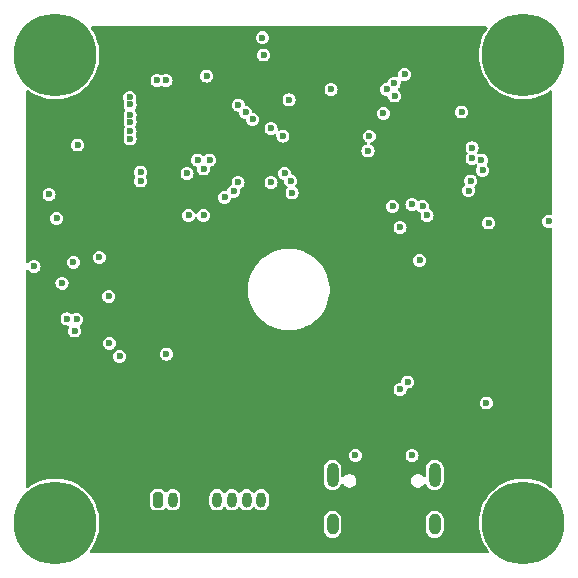
<source format=gbr>
G04 #@! TF.GenerationSoftware,KiCad,Pcbnew,8.0.8*
G04 #@! TF.CreationDate,2025-02-05T10:03:22-05:00*
G04 #@! TF.ProjectId,RW_board,52575f62-6f61-4726-942e-6b696361645f,rev?*
G04 #@! TF.SameCoordinates,Original*
G04 #@! TF.FileFunction,Copper,L2,Inr*
G04 #@! TF.FilePolarity,Positive*
%FSLAX46Y46*%
G04 Gerber Fmt 4.6, Leading zero omitted, Abs format (unit mm)*
G04 Created by KiCad (PCBNEW 8.0.8) date 2025-02-05 10:03:22*
%MOMM*%
%LPD*%
G01*
G04 APERTURE LIST*
G04 Aperture macros list*
%AMRoundRect*
0 Rectangle with rounded corners*
0 $1 Rounding radius*
0 $2 $3 $4 $5 $6 $7 $8 $9 X,Y pos of 4 corners*
0 Add a 4 corners polygon primitive as box body*
4,1,4,$2,$3,$4,$5,$6,$7,$8,$9,$2,$3,0*
0 Add four circle primitives for the rounded corners*
1,1,$1+$1,$2,$3*
1,1,$1+$1,$4,$5*
1,1,$1+$1,$6,$7*
1,1,$1+$1,$8,$9*
0 Add four rect primitives between the rounded corners*
20,1,$1+$1,$2,$3,$4,$5,0*
20,1,$1+$1,$4,$5,$6,$7,0*
20,1,$1+$1,$6,$7,$8,$9,0*
20,1,$1+$1,$8,$9,$2,$3,0*%
G04 Aperture macros list end*
G04 #@! TA.AperFunction,ComponentPad*
%ADD10C,0.800000*%
G04 #@! TD*
G04 #@! TA.AperFunction,ComponentPad*
%ADD11C,7.000000*%
G04 #@! TD*
G04 #@! TA.AperFunction,ComponentPad*
%ADD12RoundRect,0.200000X-0.200000X-0.450000X0.200000X-0.450000X0.200000X0.450000X-0.200000X0.450000X0*%
G04 #@! TD*
G04 #@! TA.AperFunction,ComponentPad*
%ADD13O,0.800000X1.300000*%
G04 #@! TD*
G04 #@! TA.AperFunction,ComponentPad*
%ADD14O,1.000000X2.100000*%
G04 #@! TD*
G04 #@! TA.AperFunction,ComponentPad*
%ADD15O,1.000000X1.800000*%
G04 #@! TD*
G04 #@! TA.AperFunction,ViaPad*
%ADD16C,0.600000*%
G04 #@! TD*
G04 APERTURE END LIST*
D10*
X127556845Y-77772845D03*
X127556845Y-81485155D03*
D11*
X129413000Y-79629000D03*
D10*
X129413000Y-82254000D03*
X131269155Y-77772845D03*
X131269155Y-81485155D03*
X132038000Y-79629000D03*
D12*
X138119000Y-117299000D03*
D13*
X139369000Y-117299000D03*
X140619000Y-117299000D03*
X141869000Y-117299000D03*
X143119000Y-117299000D03*
X144369000Y-117299000D03*
X145619000Y-117299000D03*
X146869000Y-117299000D03*
D10*
X166412000Y-79629000D03*
X167180845Y-77772845D03*
X167180845Y-81485155D03*
D11*
X169037000Y-79629000D03*
D10*
X169037000Y-82254000D03*
X170893155Y-77772845D03*
X170893155Y-81485155D03*
X166412000Y-119253000D03*
X167180845Y-117396845D03*
X167180845Y-121109155D03*
X169037000Y-116628000D03*
D11*
X169037000Y-119253000D03*
D10*
X170893155Y-117396845D03*
X170893155Y-121109155D03*
X127556845Y-117396845D03*
X127556845Y-121109155D03*
X129413000Y-116628000D03*
D11*
X129413000Y-119253000D03*
D10*
X131269155Y-117396845D03*
X131269155Y-121109155D03*
X132038000Y-119253000D03*
D14*
X152906000Y-115200000D03*
X161546000Y-115200000D03*
D15*
X152906000Y-119380000D03*
X161546000Y-119380000D03*
D16*
X131064000Y-102997000D03*
X127621000Y-97536000D03*
X152755600Y-78130400D03*
X142240000Y-119380000D03*
X162052000Y-89916000D03*
X142367000Y-83820000D03*
X140250000Y-85000000D03*
X159131000Y-111125000D03*
X140716000Y-98806000D03*
X152730200Y-81229200D03*
X156591000Y-81661000D03*
X162115500Y-86169500D03*
X171145200Y-105029000D03*
X128894781Y-88863190D03*
X130048000Y-114300000D03*
X136906000Y-100711000D03*
X161671000Y-98425000D03*
X160528000Y-77978000D03*
X149860000Y-119380000D03*
X132994400Y-84150200D03*
X159512000Y-94361000D03*
X138049000Y-84963000D03*
X149860000Y-109220000D03*
X140589000Y-101219000D03*
X139700000Y-119380000D03*
X140716000Y-97409000D03*
X134112000Y-94742000D03*
X128397000Y-106045000D03*
X154140089Y-87122780D03*
X127635000Y-85090000D03*
X140614400Y-96367600D03*
X157480000Y-119380000D03*
X162560000Y-101600000D03*
X164465000Y-81026000D03*
X144780000Y-119380000D03*
X137668000Y-77851000D03*
X146456400Y-84277200D03*
X155956000Y-89916000D03*
X142367000Y-86360000D03*
X141224000Y-100457000D03*
X160274000Y-88011000D03*
X158369000Y-89916000D03*
X147320000Y-119380000D03*
X129540000Y-99618800D03*
X132130800Y-86360000D03*
X167059066Y-94213003D03*
X128905000Y-86360000D03*
X137160000Y-119380000D03*
X166370000Y-85598000D03*
X160020000Y-119380000D03*
X130048000Y-112649000D03*
X134112000Y-95859600D03*
X142367000Y-84963000D03*
X160528000Y-113665000D03*
X154940000Y-119380000D03*
X158750000Y-86106000D03*
X138049000Y-83693000D03*
X152527000Y-79629000D03*
X168275000Y-96901000D03*
X140843000Y-86360000D03*
X164000000Y-115951000D03*
X162560000Y-106680000D03*
X149860000Y-114300000D03*
X167640000Y-111760000D03*
X162560000Y-111760000D03*
X134010400Y-105054400D03*
X135636000Y-77825600D03*
X140335000Y-83693000D03*
X133604000Y-85191600D03*
X157480000Y-116840000D03*
X134112000Y-97942400D03*
X152806400Y-113487200D03*
X145000000Y-82000000D03*
X134112000Y-96926400D03*
X146964400Y-78181200D03*
X136652000Y-89535000D03*
X138811000Y-81788000D03*
X138049000Y-81788000D03*
X136652000Y-90297000D03*
X156006579Y-86514503D03*
X146142000Y-85090000D03*
X147066000Y-79629000D03*
X171200000Y-93726000D03*
X166116000Y-93853000D03*
X160274000Y-97028000D03*
X159623974Y-92274102D03*
X163830000Y-84455000D03*
X149225000Y-83439000D03*
X159004000Y-81280000D03*
X140589000Y-89662000D03*
X155905200Y-87761000D03*
X144526000Y-91186000D03*
X160909000Y-93218000D03*
X149479000Y-91313000D03*
X159639000Y-113538000D03*
X154826000Y-113538000D03*
X157216000Y-84582000D03*
X128905000Y-91440000D03*
X135763000Y-86741000D03*
X135763000Y-86106000D03*
X147701000Y-90424000D03*
X165608000Y-89408000D03*
X164592000Y-90297000D03*
X148844000Y-89662000D03*
X135763000Y-85293200D03*
X135763000Y-84709000D03*
X149352000Y-90297000D03*
X164414557Y-91114559D03*
X144907000Y-90424000D03*
X160528000Y-92456000D03*
X165508118Y-88523520D03*
X147701000Y-85852000D03*
X164719000Y-88392000D03*
X148695368Y-86508632D03*
X145542000Y-84500000D03*
X157988000Y-92456000D03*
X135737600Y-83210400D03*
X135763000Y-83820000D03*
X144915716Y-83871837D03*
X164719000Y-87503000D03*
X158623000Y-94234000D03*
X143764000Y-91694000D03*
X141986000Y-93218000D03*
X141986000Y-89281000D03*
X140716000Y-93218000D03*
X141478000Y-88519000D03*
X142494000Y-88519000D03*
X159258000Y-107315000D03*
X158115000Y-82042000D03*
X158150330Y-83105214D03*
X157480000Y-82550000D03*
X152781000Y-82550000D03*
X130962400Y-97180400D03*
X131247357Y-102023072D03*
X133959600Y-100076000D03*
X134010400Y-104038400D03*
X130429000Y-101981000D03*
X129997200Y-98958400D03*
X133146800Y-96774000D03*
X129540000Y-93472000D03*
X138836400Y-104952800D03*
X165913000Y-109093000D03*
X134874000Y-105156000D03*
X131318000Y-87249000D03*
X142254000Y-81421000D03*
X158623000Y-107950000D03*
G04 #@! TA.AperFunction,Conductor*
G36*
X165972754Y-77240185D02*
G01*
X166018509Y-77292989D01*
X166028453Y-77362147D01*
X166003772Y-77420401D01*
X165954767Y-77483710D01*
X165753553Y-77806527D01*
X165753548Y-77806536D01*
X165586022Y-78148059D01*
X165586016Y-78148074D01*
X165453904Y-78504787D01*
X165358551Y-78873064D01*
X165300946Y-79249081D01*
X165281680Y-79629000D01*
X165300946Y-80008918D01*
X165358551Y-80384935D01*
X165453904Y-80753212D01*
X165586016Y-81109925D01*
X165586022Y-81109940D01*
X165753548Y-81451463D01*
X165753553Y-81451472D01*
X165954771Y-81774295D01*
X166182996Y-82069139D01*
X166187620Y-82075112D01*
X166420047Y-82319625D01*
X166449709Y-82350829D01*
X166738343Y-82598614D01*
X166738346Y-82598616D01*
X167050571Y-82815931D01*
X167383179Y-83000543D01*
X167732758Y-83150559D01*
X167732761Y-83150560D01*
X167732766Y-83150562D01*
X168095709Y-83264436D01*
X168095712Y-83264436D01*
X168095720Y-83264439D01*
X168468340Y-83341015D01*
X168771104Y-83371803D01*
X168846795Y-83379500D01*
X168846796Y-83379500D01*
X169227205Y-83379500D01*
X169290280Y-83373085D01*
X169605660Y-83341015D01*
X169978280Y-83264439D01*
X170027724Y-83248926D01*
X170341233Y-83150562D01*
X170341234Y-83150561D01*
X170341242Y-83150559D01*
X170690821Y-83000543D01*
X171023429Y-82815931D01*
X171304664Y-82620185D01*
X171370931Y-82598045D01*
X171438651Y-82615246D01*
X171486320Y-82666329D01*
X171499500Y-82721961D01*
X171499500Y-93069814D01*
X171479815Y-93136853D01*
X171427011Y-93182608D01*
X171357853Y-93192552D01*
X171343964Y-93189703D01*
X171200001Y-93170750D01*
X171199999Y-93170750D01*
X171056291Y-93189670D01*
X171056287Y-93189671D01*
X170922377Y-93245137D01*
X170807379Y-93333379D01*
X170719137Y-93448377D01*
X170663671Y-93582287D01*
X170663670Y-93582291D01*
X170644750Y-93725999D01*
X170644750Y-93726000D01*
X170663670Y-93869708D01*
X170663671Y-93869712D01*
X170719137Y-94003622D01*
X170719138Y-94003624D01*
X170719139Y-94003625D01*
X170807379Y-94118621D01*
X170922375Y-94206861D01*
X171056291Y-94262330D01*
X171183280Y-94279048D01*
X171199999Y-94281250D01*
X171200000Y-94281250D01*
X171200001Y-94281250D01*
X171251525Y-94274466D01*
X171343709Y-94262330D01*
X171343709Y-94262329D01*
X171351766Y-94261269D01*
X171351943Y-94262614D01*
X171413249Y-94264071D01*
X171471114Y-94303229D01*
X171498622Y-94367456D01*
X171499500Y-94382185D01*
X171499500Y-116160038D01*
X171479815Y-116227077D01*
X171427011Y-116272832D01*
X171357853Y-116282776D01*
X171304663Y-116261813D01*
X171023429Y-116066069D01*
X171023424Y-116066066D01*
X170690820Y-115881456D01*
X170341233Y-115731437D01*
X169978290Y-115617563D01*
X169978284Y-115617562D01*
X169978281Y-115617561D01*
X169978280Y-115617561D01*
X169605660Y-115540985D01*
X169605659Y-115540984D01*
X169605655Y-115540984D01*
X169227205Y-115502500D01*
X169227204Y-115502500D01*
X168846796Y-115502500D01*
X168846795Y-115502500D01*
X168468344Y-115540984D01*
X168095715Y-115617562D01*
X168095709Y-115617563D01*
X167732766Y-115731437D01*
X167383179Y-115881456D01*
X167050575Y-116066066D01*
X167050570Y-116066069D01*
X166738343Y-116283385D01*
X166449709Y-116531170D01*
X166187615Y-116806893D01*
X165954771Y-117107704D01*
X165753553Y-117430527D01*
X165753548Y-117430536D01*
X165586022Y-117772059D01*
X165586016Y-117772074D01*
X165453904Y-118128787D01*
X165358551Y-118497064D01*
X165300946Y-118873081D01*
X165281680Y-119253000D01*
X165300946Y-119632918D01*
X165358551Y-120008935D01*
X165358552Y-120008940D01*
X165435314Y-120305413D01*
X165453904Y-120377212D01*
X165586016Y-120733925D01*
X165586022Y-120733940D01*
X165753548Y-121075463D01*
X165753553Y-121075472D01*
X165954771Y-121398295D01*
X166095110Y-121579599D01*
X166120579Y-121644661D01*
X166106830Y-121713165D01*
X166058228Y-121763360D01*
X165997054Y-121779500D01*
X132452946Y-121779500D01*
X132385907Y-121759815D01*
X132340152Y-121707011D01*
X132330208Y-121637853D01*
X132354890Y-121579599D01*
X132389410Y-121535002D01*
X132495229Y-121398295D01*
X132696451Y-121075464D01*
X132863981Y-120733932D01*
X132996098Y-120377204D01*
X133091448Y-120008940D01*
X133115196Y-119853920D01*
X152155499Y-119853920D01*
X152184340Y-119998907D01*
X152184343Y-119998917D01*
X152240912Y-120135488D01*
X152240919Y-120135501D01*
X152323048Y-120258415D01*
X152323051Y-120258419D01*
X152427580Y-120362948D01*
X152427584Y-120362951D01*
X152550498Y-120445080D01*
X152550511Y-120445087D01*
X152687082Y-120501656D01*
X152687087Y-120501658D01*
X152687091Y-120501658D01*
X152687092Y-120501659D01*
X152832079Y-120530500D01*
X152832082Y-120530500D01*
X152979920Y-120530500D01*
X153077462Y-120511096D01*
X153124913Y-120501658D01*
X153261495Y-120445084D01*
X153384416Y-120362951D01*
X153488951Y-120258416D01*
X153571084Y-120135495D01*
X153627658Y-119998913D01*
X153656500Y-119853920D01*
X160795499Y-119853920D01*
X160824340Y-119998907D01*
X160824343Y-119998917D01*
X160880912Y-120135488D01*
X160880919Y-120135501D01*
X160963048Y-120258415D01*
X160963051Y-120258419D01*
X161067580Y-120362948D01*
X161067584Y-120362951D01*
X161190498Y-120445080D01*
X161190511Y-120445087D01*
X161327082Y-120501656D01*
X161327087Y-120501658D01*
X161327091Y-120501658D01*
X161327092Y-120501659D01*
X161472079Y-120530500D01*
X161472082Y-120530500D01*
X161619920Y-120530500D01*
X161717462Y-120511096D01*
X161764913Y-120501658D01*
X161901495Y-120445084D01*
X162024416Y-120362951D01*
X162128951Y-120258416D01*
X162211084Y-120135495D01*
X162267658Y-119998913D01*
X162296500Y-119853918D01*
X162296500Y-118906082D01*
X162296500Y-118906079D01*
X162267659Y-118761092D01*
X162267658Y-118761091D01*
X162267658Y-118761087D01*
X162267656Y-118761082D01*
X162211087Y-118624511D01*
X162211080Y-118624498D01*
X162128951Y-118501584D01*
X162128948Y-118501580D01*
X162024419Y-118397051D01*
X162024415Y-118397048D01*
X161901501Y-118314919D01*
X161901488Y-118314912D01*
X161764917Y-118258343D01*
X161764907Y-118258340D01*
X161619920Y-118229500D01*
X161619918Y-118229500D01*
X161472082Y-118229500D01*
X161472080Y-118229500D01*
X161327092Y-118258340D01*
X161327082Y-118258343D01*
X161190511Y-118314912D01*
X161190498Y-118314919D01*
X161067584Y-118397048D01*
X161067580Y-118397051D01*
X160963051Y-118501580D01*
X160963048Y-118501584D01*
X160880919Y-118624498D01*
X160880912Y-118624511D01*
X160824343Y-118761082D01*
X160824340Y-118761092D01*
X160795500Y-118906079D01*
X160795500Y-118906082D01*
X160795500Y-119853918D01*
X160795500Y-119853920D01*
X160795499Y-119853920D01*
X153656500Y-119853920D01*
X153656500Y-119853918D01*
X153656500Y-118906082D01*
X153656500Y-118906079D01*
X153627659Y-118761092D01*
X153627658Y-118761091D01*
X153627658Y-118761087D01*
X153627656Y-118761082D01*
X153571087Y-118624511D01*
X153571080Y-118624498D01*
X153488951Y-118501584D01*
X153488948Y-118501580D01*
X153384419Y-118397051D01*
X153384415Y-118397048D01*
X153261501Y-118314919D01*
X153261488Y-118314912D01*
X153124917Y-118258343D01*
X153124907Y-118258340D01*
X152979920Y-118229500D01*
X152979918Y-118229500D01*
X152832082Y-118229500D01*
X152832080Y-118229500D01*
X152687092Y-118258340D01*
X152687082Y-118258343D01*
X152550511Y-118314912D01*
X152550498Y-118314919D01*
X152427584Y-118397048D01*
X152427580Y-118397051D01*
X152323051Y-118501580D01*
X152323048Y-118501584D01*
X152240919Y-118624498D01*
X152240912Y-118624511D01*
X152184343Y-118761082D01*
X152184340Y-118761092D01*
X152155500Y-118906079D01*
X152155500Y-118906082D01*
X152155500Y-119853918D01*
X152155500Y-119853920D01*
X152155499Y-119853920D01*
X133115196Y-119853920D01*
X133149053Y-119632919D01*
X133168320Y-119253000D01*
X133149053Y-118873081D01*
X133091448Y-118497060D01*
X132996098Y-118128796D01*
X132994864Y-118125465D01*
X132886807Y-117833701D01*
X132863981Y-117772068D01*
X132696451Y-117430536D01*
X132696446Y-117430527D01*
X132495228Y-117107704D01*
X132262384Y-116806893D01*
X132262383Y-116806892D01*
X132262380Y-116806888D01*
X132250823Y-116794730D01*
X137468500Y-116794730D01*
X137468500Y-117803269D01*
X137471353Y-117833699D01*
X137471353Y-117833701D01*
X137511865Y-117949474D01*
X137516207Y-117961882D01*
X137596850Y-118071150D01*
X137706118Y-118151793D01*
X137748845Y-118166744D01*
X137834299Y-118196646D01*
X137864730Y-118199500D01*
X137864734Y-118199500D01*
X138373270Y-118199500D01*
X138403699Y-118196646D01*
X138403701Y-118196646D01*
X138467790Y-118174219D01*
X138531882Y-118151793D01*
X138641150Y-118071150D01*
X138695740Y-117997182D01*
X138751386Y-117954933D01*
X138821042Y-117949474D01*
X138882592Y-117982541D01*
X138883190Y-117983136D01*
X138954327Y-118054273D01*
X138954331Y-118054276D01*
X139060866Y-118125461D01*
X139060875Y-118125466D01*
X139087692Y-118136574D01*
X139179256Y-118174501D01*
X139179260Y-118174501D01*
X139179261Y-118174502D01*
X139304928Y-118199500D01*
X139304931Y-118199500D01*
X139433071Y-118199500D01*
X139517615Y-118182682D01*
X139558744Y-118174501D01*
X139677127Y-118125465D01*
X139783669Y-118054276D01*
X139874276Y-117963669D01*
X139945465Y-117857127D01*
X139994501Y-117738744D01*
X140019500Y-117613071D01*
X142468499Y-117613071D01*
X142493497Y-117738738D01*
X142493499Y-117738744D01*
X142542533Y-117857124D01*
X142542538Y-117857133D01*
X142613723Y-117963668D01*
X142613726Y-117963672D01*
X142704327Y-118054273D01*
X142704331Y-118054276D01*
X142810866Y-118125461D01*
X142810875Y-118125466D01*
X142837692Y-118136574D01*
X142929256Y-118174501D01*
X142929260Y-118174501D01*
X142929261Y-118174502D01*
X143054928Y-118199500D01*
X143054931Y-118199500D01*
X143183071Y-118199500D01*
X143267615Y-118182682D01*
X143308744Y-118174501D01*
X143427127Y-118125465D01*
X143533669Y-118054276D01*
X143624276Y-117963669D01*
X143640898Y-117938793D01*
X143694510Y-117893988D01*
X143763835Y-117885281D01*
X143826863Y-117915435D01*
X143847102Y-117938793D01*
X143863723Y-117963668D01*
X143863726Y-117963672D01*
X143954327Y-118054273D01*
X143954331Y-118054276D01*
X144060866Y-118125461D01*
X144060875Y-118125466D01*
X144087692Y-118136574D01*
X144179256Y-118174501D01*
X144179260Y-118174501D01*
X144179261Y-118174502D01*
X144304928Y-118199500D01*
X144304931Y-118199500D01*
X144433071Y-118199500D01*
X144517615Y-118182682D01*
X144558744Y-118174501D01*
X144677127Y-118125465D01*
X144783669Y-118054276D01*
X144874276Y-117963669D01*
X144890898Y-117938793D01*
X144944510Y-117893988D01*
X145013835Y-117885281D01*
X145076863Y-117915435D01*
X145097102Y-117938793D01*
X145113723Y-117963668D01*
X145113726Y-117963672D01*
X145204327Y-118054273D01*
X145204331Y-118054276D01*
X145310866Y-118125461D01*
X145310875Y-118125466D01*
X145337692Y-118136574D01*
X145429256Y-118174501D01*
X145429260Y-118174501D01*
X145429261Y-118174502D01*
X145554928Y-118199500D01*
X145554931Y-118199500D01*
X145683071Y-118199500D01*
X145767615Y-118182682D01*
X145808744Y-118174501D01*
X145927127Y-118125465D01*
X146033669Y-118054276D01*
X146124276Y-117963669D01*
X146140898Y-117938793D01*
X146194510Y-117893988D01*
X146263835Y-117885281D01*
X146326863Y-117915435D01*
X146347102Y-117938793D01*
X146363723Y-117963668D01*
X146363726Y-117963672D01*
X146454327Y-118054273D01*
X146454331Y-118054276D01*
X146560866Y-118125461D01*
X146560875Y-118125466D01*
X146587692Y-118136574D01*
X146679256Y-118174501D01*
X146679260Y-118174501D01*
X146679261Y-118174502D01*
X146804928Y-118199500D01*
X146804931Y-118199500D01*
X146933071Y-118199500D01*
X147017615Y-118182682D01*
X147058744Y-118174501D01*
X147177127Y-118125465D01*
X147283669Y-118054276D01*
X147374276Y-117963669D01*
X147445465Y-117857127D01*
X147494501Y-117738744D01*
X147519500Y-117613069D01*
X147519500Y-116984931D01*
X147519500Y-116984928D01*
X147494502Y-116859261D01*
X147494501Y-116859260D01*
X147494501Y-116859256D01*
X147445465Y-116740873D01*
X147445464Y-116740872D01*
X147445461Y-116740866D01*
X147374276Y-116634331D01*
X147374273Y-116634327D01*
X147283672Y-116543726D01*
X147283668Y-116543723D01*
X147177133Y-116472538D01*
X147177124Y-116472533D01*
X147058744Y-116423499D01*
X147058738Y-116423497D01*
X146933071Y-116398500D01*
X146933069Y-116398500D01*
X146804931Y-116398500D01*
X146804929Y-116398500D01*
X146679261Y-116423497D01*
X146679255Y-116423499D01*
X146560875Y-116472533D01*
X146560866Y-116472538D01*
X146454331Y-116543723D01*
X146454327Y-116543726D01*
X146363726Y-116634327D01*
X146363721Y-116634334D01*
X146347101Y-116659207D01*
X146293488Y-116704012D01*
X146224163Y-116712718D01*
X146161136Y-116682562D01*
X146140899Y-116659207D01*
X146124278Y-116634334D01*
X146124273Y-116634327D01*
X146033672Y-116543726D01*
X146033668Y-116543723D01*
X145927133Y-116472538D01*
X145927124Y-116472533D01*
X145808744Y-116423499D01*
X145808738Y-116423497D01*
X145683071Y-116398500D01*
X145683069Y-116398500D01*
X145554931Y-116398500D01*
X145554929Y-116398500D01*
X145429261Y-116423497D01*
X145429255Y-116423499D01*
X145310875Y-116472533D01*
X145310866Y-116472538D01*
X145204331Y-116543723D01*
X145204327Y-116543726D01*
X145113726Y-116634327D01*
X145113721Y-116634334D01*
X145097101Y-116659207D01*
X145043488Y-116704012D01*
X144974163Y-116712718D01*
X144911136Y-116682562D01*
X144890899Y-116659207D01*
X144874278Y-116634334D01*
X144874273Y-116634327D01*
X144783672Y-116543726D01*
X144783668Y-116543723D01*
X144677133Y-116472538D01*
X144677124Y-116472533D01*
X144558744Y-116423499D01*
X144558738Y-116423497D01*
X144433071Y-116398500D01*
X144433069Y-116398500D01*
X144304931Y-116398500D01*
X144304929Y-116398500D01*
X144179261Y-116423497D01*
X144179255Y-116423499D01*
X144060875Y-116472533D01*
X144060866Y-116472538D01*
X143954331Y-116543723D01*
X143954327Y-116543726D01*
X143863726Y-116634327D01*
X143863721Y-116634334D01*
X143847101Y-116659207D01*
X143793488Y-116704012D01*
X143724163Y-116712718D01*
X143661136Y-116682562D01*
X143640899Y-116659207D01*
X143624278Y-116634334D01*
X143624273Y-116634327D01*
X143533672Y-116543726D01*
X143533668Y-116543723D01*
X143427133Y-116472538D01*
X143427124Y-116472533D01*
X143308744Y-116423499D01*
X143308738Y-116423497D01*
X143183071Y-116398500D01*
X143183069Y-116398500D01*
X143054931Y-116398500D01*
X143054929Y-116398500D01*
X142929261Y-116423497D01*
X142929255Y-116423499D01*
X142810875Y-116472533D01*
X142810866Y-116472538D01*
X142704331Y-116543723D01*
X142704327Y-116543726D01*
X142613726Y-116634327D01*
X142613723Y-116634331D01*
X142542538Y-116740866D01*
X142542533Y-116740875D01*
X142493499Y-116859255D01*
X142493497Y-116859261D01*
X142468500Y-116984928D01*
X142468500Y-116984931D01*
X142468500Y-117613069D01*
X142468500Y-117613071D01*
X142468499Y-117613071D01*
X140019500Y-117613071D01*
X140019500Y-117613069D01*
X140019500Y-116984931D01*
X140019500Y-116984928D01*
X139994502Y-116859261D01*
X139994501Y-116859260D01*
X139994501Y-116859256D01*
X139945465Y-116740873D01*
X139945464Y-116740872D01*
X139945461Y-116740866D01*
X139874276Y-116634331D01*
X139874273Y-116634327D01*
X139783672Y-116543726D01*
X139783668Y-116543723D01*
X139677133Y-116472538D01*
X139677124Y-116472533D01*
X139558744Y-116423499D01*
X139558738Y-116423497D01*
X139433071Y-116398500D01*
X139433069Y-116398500D01*
X139304931Y-116398500D01*
X139304929Y-116398500D01*
X139179261Y-116423497D01*
X139179255Y-116423499D01*
X139060875Y-116472533D01*
X139060866Y-116472538D01*
X138954331Y-116543723D01*
X138883190Y-116614864D01*
X138821866Y-116648348D01*
X138752175Y-116643363D01*
X138696241Y-116601492D01*
X138695739Y-116600816D01*
X138641150Y-116526850D01*
X138531882Y-116446207D01*
X138531880Y-116446206D01*
X138403700Y-116401353D01*
X138373270Y-116398500D01*
X138373266Y-116398500D01*
X137864734Y-116398500D01*
X137864730Y-116398500D01*
X137834300Y-116401353D01*
X137834298Y-116401353D01*
X137706119Y-116446206D01*
X137706117Y-116446207D01*
X137596850Y-116526850D01*
X137516207Y-116636117D01*
X137516206Y-116636119D01*
X137471353Y-116764298D01*
X137471353Y-116764300D01*
X137468500Y-116794730D01*
X132250823Y-116794730D01*
X132000291Y-116531171D01*
X131931992Y-116472538D01*
X131711656Y-116283385D01*
X131399429Y-116066069D01*
X131399424Y-116066066D01*
X131066820Y-115881456D01*
X130932745Y-115823920D01*
X152155499Y-115823920D01*
X152184340Y-115968907D01*
X152184343Y-115968917D01*
X152240912Y-116105488D01*
X152240919Y-116105501D01*
X152323048Y-116228415D01*
X152323051Y-116228419D01*
X152427580Y-116332948D01*
X152427584Y-116332951D01*
X152550498Y-116415080D01*
X152550511Y-116415087D01*
X152687082Y-116471656D01*
X152687087Y-116471658D01*
X152687091Y-116471658D01*
X152687092Y-116471659D01*
X152832079Y-116500500D01*
X152832082Y-116500500D01*
X152979920Y-116500500D01*
X153077462Y-116481096D01*
X153124913Y-116471658D01*
X153261495Y-116415084D01*
X153384416Y-116332951D01*
X153488951Y-116228416D01*
X153571084Y-116105495D01*
X153614593Y-116000453D01*
X153658431Y-115946055D01*
X153724725Y-115923989D01*
X153792424Y-115941268D01*
X153836539Y-115985909D01*
X153875485Y-116053365D01*
X153982635Y-116160515D01*
X154113865Y-116236281D01*
X154260234Y-116275500D01*
X154260236Y-116275500D01*
X154411764Y-116275500D01*
X154411766Y-116275500D01*
X154558135Y-116236281D01*
X154689365Y-116160515D01*
X154796515Y-116053365D01*
X154872281Y-115922135D01*
X154911500Y-115775766D01*
X154911500Y-115624234D01*
X159540500Y-115624234D01*
X159540500Y-115775765D01*
X159579719Y-115922136D01*
X159588702Y-115937694D01*
X159655485Y-116053365D01*
X159762635Y-116160515D01*
X159893865Y-116236281D01*
X160040234Y-116275500D01*
X160040236Y-116275500D01*
X160191764Y-116275500D01*
X160191766Y-116275500D01*
X160338135Y-116236281D01*
X160469365Y-116160515D01*
X160576515Y-116053365D01*
X160615460Y-115985909D01*
X160666027Y-115937694D01*
X160734634Y-115924471D01*
X160799499Y-115950439D01*
X160837408Y-116000458D01*
X160880912Y-116105488D01*
X160880919Y-116105501D01*
X160963048Y-116228415D01*
X160963051Y-116228419D01*
X161067580Y-116332948D01*
X161067584Y-116332951D01*
X161190498Y-116415080D01*
X161190511Y-116415087D01*
X161327082Y-116471656D01*
X161327087Y-116471658D01*
X161327091Y-116471658D01*
X161327092Y-116471659D01*
X161472079Y-116500500D01*
X161472082Y-116500500D01*
X161619920Y-116500500D01*
X161717462Y-116481096D01*
X161764913Y-116471658D01*
X161901495Y-116415084D01*
X162024416Y-116332951D01*
X162128951Y-116228416D01*
X162211084Y-116105495D01*
X162267658Y-115968913D01*
X162296500Y-115823918D01*
X162296500Y-114576082D01*
X162296500Y-114576079D01*
X162267659Y-114431092D01*
X162267658Y-114431091D01*
X162267658Y-114431087D01*
X162267656Y-114431082D01*
X162211087Y-114294511D01*
X162211080Y-114294498D01*
X162128951Y-114171584D01*
X162128948Y-114171580D01*
X162024419Y-114067051D01*
X162024415Y-114067048D01*
X161901501Y-113984919D01*
X161901488Y-113984912D01*
X161764917Y-113928343D01*
X161764907Y-113928340D01*
X161619920Y-113899500D01*
X161619918Y-113899500D01*
X161472082Y-113899500D01*
X161472080Y-113899500D01*
X161327092Y-113928340D01*
X161327082Y-113928343D01*
X161190511Y-113984912D01*
X161190498Y-113984919D01*
X161067584Y-114067048D01*
X161067580Y-114067051D01*
X160963051Y-114171580D01*
X160963048Y-114171584D01*
X160880919Y-114294498D01*
X160880912Y-114294511D01*
X160824343Y-114431082D01*
X160824340Y-114431092D01*
X160795500Y-114576079D01*
X160795500Y-115266730D01*
X160775815Y-115333769D01*
X160723011Y-115379524D01*
X160653853Y-115389468D01*
X160590297Y-115360443D01*
X160582488Y-115352155D01*
X160582262Y-115352382D01*
X160469367Y-115239487D01*
X160469365Y-115239485D01*
X160403750Y-115201602D01*
X160338136Y-115163719D01*
X160264950Y-115144109D01*
X160191766Y-115124500D01*
X160040234Y-115124500D01*
X159893863Y-115163719D01*
X159762635Y-115239485D01*
X159762632Y-115239487D01*
X159655487Y-115346632D01*
X159655485Y-115346635D01*
X159579719Y-115477863D01*
X159540500Y-115624234D01*
X154911500Y-115624234D01*
X154872281Y-115477865D01*
X154796515Y-115346635D01*
X154689365Y-115239485D01*
X154623750Y-115201602D01*
X154558136Y-115163719D01*
X154484950Y-115144109D01*
X154411766Y-115124500D01*
X154260234Y-115124500D01*
X154113863Y-115163719D01*
X153982635Y-115239485D01*
X153982632Y-115239487D01*
X153869738Y-115352382D01*
X153867719Y-115350363D01*
X153822445Y-115383420D01*
X153752698Y-115387573D01*
X153691779Y-115353359D01*
X153659028Y-115291641D01*
X153656500Y-115266730D01*
X153656500Y-114576079D01*
X153627659Y-114431092D01*
X153627658Y-114431091D01*
X153627658Y-114431087D01*
X153627656Y-114431082D01*
X153571087Y-114294511D01*
X153571080Y-114294498D01*
X153488951Y-114171584D01*
X153488948Y-114171580D01*
X153384419Y-114067051D01*
X153384415Y-114067048D01*
X153261501Y-113984919D01*
X153261488Y-113984912D01*
X153124917Y-113928343D01*
X153124907Y-113928340D01*
X152979920Y-113899500D01*
X152979918Y-113899500D01*
X152832082Y-113899500D01*
X152832080Y-113899500D01*
X152687092Y-113928340D01*
X152687082Y-113928343D01*
X152550511Y-113984912D01*
X152550498Y-113984919D01*
X152427584Y-114067048D01*
X152427580Y-114067051D01*
X152323051Y-114171580D01*
X152323048Y-114171584D01*
X152240919Y-114294498D01*
X152240912Y-114294511D01*
X152184343Y-114431082D01*
X152184340Y-114431092D01*
X152155500Y-114576079D01*
X152155500Y-114576082D01*
X152155500Y-115823918D01*
X152155500Y-115823920D01*
X152155499Y-115823920D01*
X130932745Y-115823920D01*
X130717233Y-115731437D01*
X130354290Y-115617563D01*
X130354284Y-115617562D01*
X130354281Y-115617561D01*
X130354280Y-115617561D01*
X129981660Y-115540985D01*
X129981659Y-115540984D01*
X129981655Y-115540984D01*
X129603205Y-115502500D01*
X129603204Y-115502500D01*
X129222796Y-115502500D01*
X129222795Y-115502500D01*
X128844344Y-115540984D01*
X128471715Y-115617562D01*
X128471709Y-115617563D01*
X128108766Y-115731437D01*
X127759179Y-115881456D01*
X127426575Y-116066066D01*
X127426570Y-116066069D01*
X127135337Y-116268773D01*
X127069068Y-116290914D01*
X127001349Y-116273712D01*
X126953680Y-116222630D01*
X126940500Y-116166998D01*
X126940500Y-113537999D01*
X154270750Y-113537999D01*
X154270750Y-113538000D01*
X154289670Y-113681708D01*
X154289671Y-113681712D01*
X154345137Y-113815622D01*
X154345138Y-113815624D01*
X154345139Y-113815625D01*
X154433379Y-113930621D01*
X154548375Y-114018861D01*
X154682291Y-114074330D01*
X154809280Y-114091048D01*
X154825999Y-114093250D01*
X154826000Y-114093250D01*
X154826001Y-114093250D01*
X154840977Y-114091278D01*
X154969709Y-114074330D01*
X155103625Y-114018861D01*
X155218621Y-113930621D01*
X155306861Y-113815625D01*
X155362330Y-113681709D01*
X155381250Y-113538000D01*
X155381250Y-113537999D01*
X159083750Y-113537999D01*
X159083750Y-113538000D01*
X159102670Y-113681708D01*
X159102671Y-113681712D01*
X159158137Y-113815622D01*
X159158138Y-113815624D01*
X159158139Y-113815625D01*
X159246379Y-113930621D01*
X159361375Y-114018861D01*
X159495291Y-114074330D01*
X159622280Y-114091048D01*
X159638999Y-114093250D01*
X159639000Y-114093250D01*
X159639001Y-114093250D01*
X159653977Y-114091278D01*
X159782709Y-114074330D01*
X159916625Y-114018861D01*
X160031621Y-113930621D01*
X160119861Y-113815625D01*
X160175330Y-113681709D01*
X160194250Y-113538000D01*
X160175330Y-113394291D01*
X160119861Y-113260375D01*
X160031621Y-113145379D01*
X159916625Y-113057139D01*
X159916624Y-113057138D01*
X159916622Y-113057137D01*
X159782712Y-113001671D01*
X159782710Y-113001670D01*
X159782709Y-113001670D01*
X159710854Y-112992210D01*
X159639001Y-112982750D01*
X159638999Y-112982750D01*
X159495291Y-113001670D01*
X159495287Y-113001671D01*
X159361377Y-113057137D01*
X159246379Y-113145379D01*
X159158137Y-113260377D01*
X159102671Y-113394287D01*
X159102670Y-113394291D01*
X159083750Y-113537999D01*
X155381250Y-113537999D01*
X155362330Y-113394291D01*
X155306861Y-113260375D01*
X155218621Y-113145379D01*
X155103625Y-113057139D01*
X155103624Y-113057138D01*
X155103622Y-113057137D01*
X154969712Y-113001671D01*
X154969710Y-113001670D01*
X154969709Y-113001670D01*
X154897854Y-112992210D01*
X154826001Y-112982750D01*
X154825999Y-112982750D01*
X154682291Y-113001670D01*
X154682287Y-113001671D01*
X154548377Y-113057137D01*
X154433379Y-113145379D01*
X154345137Y-113260377D01*
X154289671Y-113394287D01*
X154289670Y-113394291D01*
X154270750Y-113537999D01*
X126940500Y-113537999D01*
X126940500Y-109092999D01*
X165357750Y-109092999D01*
X165357750Y-109093000D01*
X165376670Y-109236708D01*
X165376671Y-109236712D01*
X165432137Y-109370622D01*
X165432138Y-109370624D01*
X165432139Y-109370625D01*
X165520379Y-109485621D01*
X165635375Y-109573861D01*
X165769291Y-109629330D01*
X165896280Y-109646048D01*
X165912999Y-109648250D01*
X165913000Y-109648250D01*
X165913001Y-109648250D01*
X165927977Y-109646278D01*
X166056709Y-109629330D01*
X166190625Y-109573861D01*
X166305621Y-109485621D01*
X166393861Y-109370625D01*
X166449330Y-109236709D01*
X166468250Y-109093000D01*
X166449330Y-108949291D01*
X166393861Y-108815375D01*
X166305621Y-108700379D01*
X166190625Y-108612139D01*
X166190624Y-108612138D01*
X166190622Y-108612137D01*
X166056712Y-108556671D01*
X166056710Y-108556670D01*
X166056709Y-108556670D01*
X165984854Y-108547210D01*
X165913001Y-108537750D01*
X165912999Y-108537750D01*
X165769291Y-108556670D01*
X165769287Y-108556671D01*
X165635377Y-108612137D01*
X165520379Y-108700379D01*
X165432137Y-108815377D01*
X165376671Y-108949287D01*
X165376670Y-108949291D01*
X165357750Y-109092999D01*
X126940500Y-109092999D01*
X126940500Y-107949999D01*
X158067750Y-107949999D01*
X158067750Y-107950000D01*
X158086670Y-108093708D01*
X158086671Y-108093712D01*
X158142137Y-108227622D01*
X158142138Y-108227624D01*
X158142139Y-108227625D01*
X158230379Y-108342621D01*
X158345375Y-108430861D01*
X158479291Y-108486330D01*
X158606280Y-108503048D01*
X158622999Y-108505250D01*
X158623000Y-108505250D01*
X158623001Y-108505250D01*
X158637977Y-108503278D01*
X158766709Y-108486330D01*
X158900625Y-108430861D01*
X159015621Y-108342621D01*
X159103861Y-108227625D01*
X159159330Y-108093709D01*
X159175108Y-107973860D01*
X159203374Y-107909965D01*
X159261699Y-107871494D01*
X159281856Y-107867109D01*
X159401709Y-107851330D01*
X159535625Y-107795861D01*
X159650621Y-107707621D01*
X159738861Y-107592625D01*
X159794330Y-107458709D01*
X159813250Y-107315000D01*
X159794330Y-107171291D01*
X159738861Y-107037375D01*
X159650621Y-106922379D01*
X159535625Y-106834139D01*
X159535624Y-106834138D01*
X159535622Y-106834137D01*
X159401712Y-106778671D01*
X159401710Y-106778670D01*
X159401709Y-106778670D01*
X159329854Y-106769210D01*
X159258001Y-106759750D01*
X159257999Y-106759750D01*
X159114291Y-106778670D01*
X159114287Y-106778671D01*
X158980377Y-106834137D01*
X158865379Y-106922379D01*
X158777137Y-107037377D01*
X158721671Y-107171287D01*
X158721670Y-107171292D01*
X158705891Y-107291138D01*
X158677624Y-107355035D01*
X158619299Y-107393505D01*
X158599138Y-107397891D01*
X158502431Y-107410623D01*
X158479291Y-107413670D01*
X158479290Y-107413670D01*
X158479287Y-107413671D01*
X158345377Y-107469137D01*
X158230379Y-107557379D01*
X158142137Y-107672377D01*
X158086671Y-107806287D01*
X158086670Y-107806291D01*
X158067750Y-107949999D01*
X126940500Y-107949999D01*
X126940500Y-105155999D01*
X134318750Y-105155999D01*
X134318750Y-105156000D01*
X134337670Y-105299708D01*
X134337671Y-105299712D01*
X134393137Y-105433622D01*
X134393138Y-105433624D01*
X134393139Y-105433625D01*
X134481379Y-105548621D01*
X134596375Y-105636861D01*
X134730291Y-105692330D01*
X134857280Y-105709048D01*
X134873999Y-105711250D01*
X134874000Y-105711250D01*
X134874001Y-105711250D01*
X134888977Y-105709278D01*
X135017709Y-105692330D01*
X135151625Y-105636861D01*
X135266621Y-105548621D01*
X135354861Y-105433625D01*
X135410330Y-105299709D01*
X135429250Y-105156000D01*
X135410330Y-105012291D01*
X135385688Y-104952799D01*
X138281150Y-104952799D01*
X138281150Y-104952800D01*
X138300070Y-105096508D01*
X138300071Y-105096512D01*
X138355537Y-105230422D01*
X138355538Y-105230424D01*
X138355539Y-105230425D01*
X138443779Y-105345421D01*
X138558775Y-105433661D01*
X138692691Y-105489130D01*
X138819680Y-105505848D01*
X138836399Y-105508050D01*
X138836400Y-105508050D01*
X138836401Y-105508050D01*
X138851377Y-105506078D01*
X138980109Y-105489130D01*
X139114025Y-105433661D01*
X139229021Y-105345421D01*
X139317261Y-105230425D01*
X139372730Y-105096509D01*
X139391650Y-104952800D01*
X139372730Y-104809091D01*
X139317261Y-104675175D01*
X139229021Y-104560179D01*
X139114025Y-104471939D01*
X139114024Y-104471938D01*
X139114022Y-104471937D01*
X138980112Y-104416471D01*
X138980110Y-104416470D01*
X138980109Y-104416470D01*
X138908254Y-104407010D01*
X138836401Y-104397550D01*
X138836399Y-104397550D01*
X138692691Y-104416470D01*
X138692687Y-104416471D01*
X138558777Y-104471937D01*
X138443779Y-104560179D01*
X138355537Y-104675177D01*
X138300071Y-104809087D01*
X138300070Y-104809091D01*
X138281150Y-104952799D01*
X135385688Y-104952799D01*
X135354861Y-104878375D01*
X135266621Y-104763379D01*
X135151625Y-104675139D01*
X135151624Y-104675138D01*
X135151622Y-104675137D01*
X135017712Y-104619671D01*
X135017710Y-104619670D01*
X135017709Y-104619670D01*
X134945854Y-104610210D01*
X134874001Y-104600750D01*
X134873999Y-104600750D01*
X134730291Y-104619670D01*
X134730287Y-104619671D01*
X134596377Y-104675137D01*
X134481379Y-104763379D01*
X134393137Y-104878377D01*
X134337671Y-105012287D01*
X134337670Y-105012291D01*
X134318750Y-105155999D01*
X126940500Y-105155999D01*
X126940500Y-104038399D01*
X133455150Y-104038399D01*
X133455150Y-104038400D01*
X133474070Y-104182108D01*
X133474071Y-104182112D01*
X133529537Y-104316022D01*
X133529538Y-104316024D01*
X133529539Y-104316025D01*
X133617779Y-104431021D01*
X133732775Y-104519261D01*
X133866691Y-104574730D01*
X133993680Y-104591448D01*
X134010399Y-104593650D01*
X134010400Y-104593650D01*
X134010401Y-104593650D01*
X134025377Y-104591678D01*
X134154109Y-104574730D01*
X134288025Y-104519261D01*
X134403021Y-104431021D01*
X134491261Y-104316025D01*
X134546730Y-104182109D01*
X134565650Y-104038400D01*
X134546730Y-103894691D01*
X134491261Y-103760775D01*
X134403021Y-103645779D01*
X134288025Y-103557539D01*
X134288024Y-103557538D01*
X134288022Y-103557537D01*
X134154112Y-103502071D01*
X134154110Y-103502070D01*
X134154109Y-103502070D01*
X134082254Y-103492610D01*
X134010401Y-103483150D01*
X134010399Y-103483150D01*
X133866691Y-103502070D01*
X133866687Y-103502071D01*
X133732777Y-103557537D01*
X133617779Y-103645779D01*
X133529537Y-103760777D01*
X133474071Y-103894687D01*
X133474070Y-103894691D01*
X133455150Y-104038399D01*
X126940500Y-104038399D01*
X126940500Y-101980999D01*
X129873750Y-101980999D01*
X129873750Y-101981000D01*
X129892670Y-102124708D01*
X129892671Y-102124712D01*
X129948137Y-102258622D01*
X129948138Y-102258624D01*
X129948139Y-102258625D01*
X130036379Y-102373621D01*
X130151375Y-102461861D01*
X130151376Y-102461861D01*
X130151377Y-102461862D01*
X130154516Y-102463162D01*
X130285291Y-102517330D01*
X130412280Y-102534048D01*
X130428999Y-102536250D01*
X130429000Y-102536250D01*
X130429001Y-102536250D01*
X130460947Y-102532044D01*
X130529982Y-102542809D01*
X130582238Y-102589189D01*
X130601124Y-102656458D01*
X130585956Y-102711745D01*
X130586249Y-102711866D01*
X130585285Y-102714191D01*
X130584520Y-102716983D01*
X130583138Y-102719376D01*
X130527671Y-102853287D01*
X130527670Y-102853291D01*
X130508750Y-102996999D01*
X130508750Y-102997000D01*
X130527670Y-103140708D01*
X130527671Y-103140712D01*
X130583137Y-103274622D01*
X130583138Y-103274624D01*
X130583139Y-103274625D01*
X130671379Y-103389621D01*
X130786375Y-103477861D01*
X130920291Y-103533330D01*
X131047280Y-103550048D01*
X131063999Y-103552250D01*
X131064000Y-103552250D01*
X131064001Y-103552250D01*
X131078977Y-103550278D01*
X131207709Y-103533330D01*
X131341625Y-103477861D01*
X131456621Y-103389621D01*
X131544861Y-103274625D01*
X131600330Y-103140709D01*
X131619250Y-102997000D01*
X131600330Y-102853291D01*
X131544861Y-102719375D01*
X131544860Y-102719374D01*
X131544860Y-102719373D01*
X131508930Y-102672549D01*
X131483735Y-102607380D01*
X131497773Y-102538935D01*
X131531817Y-102498688D01*
X131639978Y-102415693D01*
X131728218Y-102300697D01*
X131783687Y-102166781D01*
X131802607Y-102023072D01*
X131783687Y-101879363D01*
X131728218Y-101745447D01*
X131639978Y-101630451D01*
X131524982Y-101542211D01*
X131524981Y-101542210D01*
X131524979Y-101542209D01*
X131391069Y-101486743D01*
X131391067Y-101486742D01*
X131391066Y-101486742D01*
X131319211Y-101477282D01*
X131247358Y-101467822D01*
X131247356Y-101467822D01*
X131103648Y-101486742D01*
X131103644Y-101486743D01*
X130969733Y-101542210D01*
X130969732Y-101542210D01*
X130941077Y-101564198D01*
X130875907Y-101589391D01*
X130807463Y-101575352D01*
X130790105Y-101564196D01*
X130781957Y-101557944D01*
X130761453Y-101542210D01*
X130706626Y-101500139D01*
X130706623Y-101500138D01*
X130572712Y-101444671D01*
X130572710Y-101444670D01*
X130572709Y-101444670D01*
X130500854Y-101435210D01*
X130429001Y-101425750D01*
X130428999Y-101425750D01*
X130285291Y-101444670D01*
X130285287Y-101444671D01*
X130151377Y-101500137D01*
X130036379Y-101588379D01*
X129948137Y-101703377D01*
X129892671Y-101837287D01*
X129892670Y-101837291D01*
X129873750Y-101980999D01*
X126940500Y-101980999D01*
X126940500Y-100075999D01*
X133404350Y-100075999D01*
X133404350Y-100076000D01*
X133423270Y-100219708D01*
X133423271Y-100219712D01*
X133478737Y-100353622D01*
X133478738Y-100353624D01*
X133478739Y-100353625D01*
X133566979Y-100468621D01*
X133681975Y-100556861D01*
X133815891Y-100612330D01*
X133942880Y-100629048D01*
X133959599Y-100631250D01*
X133959600Y-100631250D01*
X133959601Y-100631250D01*
X133974577Y-100629278D01*
X134103309Y-100612330D01*
X134237225Y-100556861D01*
X134352221Y-100468621D01*
X134440461Y-100353625D01*
X134495930Y-100219709D01*
X134514850Y-100076000D01*
X134495930Y-99932291D01*
X134440461Y-99798375D01*
X134352221Y-99683379D01*
X134237225Y-99595139D01*
X134237224Y-99595138D01*
X134237222Y-99595137D01*
X134103312Y-99539671D01*
X134103310Y-99539670D01*
X134103309Y-99539670D01*
X134031454Y-99530210D01*
X133959601Y-99520750D01*
X133959599Y-99520750D01*
X133815891Y-99539670D01*
X133815887Y-99539671D01*
X133681977Y-99595137D01*
X133566979Y-99683379D01*
X133478737Y-99798377D01*
X133423271Y-99932287D01*
X133423270Y-99932291D01*
X133404350Y-100075999D01*
X126940500Y-100075999D01*
X126940500Y-98958399D01*
X129441950Y-98958399D01*
X129441950Y-98958400D01*
X129460870Y-99102108D01*
X129460871Y-99102112D01*
X129516337Y-99236022D01*
X129516338Y-99236024D01*
X129516339Y-99236025D01*
X129604579Y-99351021D01*
X129719575Y-99439261D01*
X129853491Y-99494730D01*
X129980480Y-99511448D01*
X129997199Y-99513650D01*
X129997200Y-99513650D01*
X129997201Y-99513650D01*
X130012177Y-99511678D01*
X130140909Y-99494730D01*
X130274825Y-99439261D01*
X130389821Y-99351021D01*
X130405574Y-99330491D01*
X145749500Y-99330491D01*
X145749500Y-99669508D01*
X145782729Y-100006901D01*
X145848870Y-100339410D01*
X145947284Y-100663841D01*
X146077024Y-100977060D01*
X146077026Y-100977065D01*
X146236831Y-101276039D01*
X146236842Y-101276057D01*
X146425184Y-101557930D01*
X146425194Y-101557944D01*
X146640269Y-101820014D01*
X146879985Y-102059730D01*
X146879990Y-102059734D01*
X146879991Y-102059735D01*
X147142061Y-102274810D01*
X147423949Y-102463162D01*
X147423958Y-102463167D01*
X147423960Y-102463168D01*
X147722934Y-102622973D01*
X147722936Y-102622973D01*
X147722942Y-102622977D01*
X148036160Y-102752716D01*
X148360586Y-102851129D01*
X148693096Y-102917270D01*
X149030488Y-102950500D01*
X149030491Y-102950500D01*
X149369509Y-102950500D01*
X149369512Y-102950500D01*
X149706904Y-102917270D01*
X150039414Y-102851129D01*
X150363840Y-102752716D01*
X150677058Y-102622977D01*
X150976051Y-102463162D01*
X151257939Y-102274810D01*
X151520009Y-102059735D01*
X151759735Y-101820009D01*
X151974810Y-101557939D01*
X152163162Y-101276051D01*
X152322977Y-100977058D01*
X152452716Y-100663840D01*
X152551129Y-100339414D01*
X152617270Y-100006904D01*
X152650500Y-99669512D01*
X152650500Y-99330488D01*
X152617270Y-98993096D01*
X152551129Y-98660586D01*
X152452716Y-98336160D01*
X152322977Y-98022942D01*
X152272561Y-97928621D01*
X152163168Y-97723960D01*
X152163167Y-97723958D01*
X152163162Y-97723949D01*
X151974810Y-97442061D01*
X151759735Y-97179991D01*
X151759734Y-97179990D01*
X151759730Y-97179985D01*
X151607745Y-97028000D01*
X159718750Y-97028000D01*
X159733940Y-97143381D01*
X159737670Y-97171708D01*
X159737671Y-97171712D01*
X159793137Y-97305622D01*
X159793138Y-97305624D01*
X159793139Y-97305625D01*
X159881379Y-97420621D01*
X159996375Y-97508861D01*
X160130291Y-97564330D01*
X160257280Y-97581048D01*
X160273999Y-97583250D01*
X160274000Y-97583250D01*
X160274001Y-97583250D01*
X160288977Y-97581278D01*
X160417709Y-97564330D01*
X160551625Y-97508861D01*
X160666621Y-97420621D01*
X160754861Y-97305625D01*
X160810330Y-97171709D01*
X160829250Y-97028000D01*
X160810330Y-96884291D01*
X160754861Y-96750375D01*
X160666621Y-96635379D01*
X160551625Y-96547139D01*
X160551624Y-96547138D01*
X160551622Y-96547137D01*
X160417712Y-96491671D01*
X160417710Y-96491670D01*
X160417709Y-96491670D01*
X160345854Y-96482210D01*
X160274001Y-96472750D01*
X160273999Y-96472750D01*
X160130291Y-96491670D01*
X160130287Y-96491671D01*
X159996377Y-96547137D01*
X159881379Y-96635379D01*
X159793137Y-96750377D01*
X159737671Y-96884287D01*
X159737670Y-96884291D01*
X159718750Y-97028000D01*
X151607745Y-97028000D01*
X151520014Y-96940269D01*
X151257944Y-96725194D01*
X151257943Y-96725193D01*
X151257939Y-96725190D01*
X151088806Y-96612178D01*
X150976057Y-96536842D01*
X150976056Y-96536841D01*
X150976051Y-96536838D01*
X150976046Y-96536835D01*
X150976039Y-96536831D01*
X150677065Y-96377026D01*
X150677060Y-96377024D01*
X150363841Y-96247284D01*
X150173382Y-96189509D01*
X150039414Y-96148871D01*
X150039411Y-96148870D01*
X150039410Y-96148870D01*
X149706901Y-96082729D01*
X149469199Y-96059318D01*
X149369512Y-96049500D01*
X149030488Y-96049500D01*
X148939738Y-96058437D01*
X148693098Y-96082729D01*
X148360589Y-96148870D01*
X148036158Y-96247284D01*
X147722939Y-96377024D01*
X147722934Y-96377026D01*
X147423960Y-96536831D01*
X147423942Y-96536842D01*
X147142069Y-96725184D01*
X147142055Y-96725194D01*
X146879985Y-96940269D01*
X146640269Y-97179985D01*
X146425194Y-97442055D01*
X146425184Y-97442069D01*
X146236842Y-97723942D01*
X146236831Y-97723960D01*
X146077026Y-98022934D01*
X146077024Y-98022939D01*
X145947284Y-98336158D01*
X145848870Y-98660589D01*
X145782729Y-98993098D01*
X145749500Y-99330491D01*
X130405574Y-99330491D01*
X130478061Y-99236025D01*
X130533530Y-99102109D01*
X130552450Y-98958400D01*
X130533530Y-98814691D01*
X130478061Y-98680775D01*
X130389821Y-98565779D01*
X130274825Y-98477539D01*
X130274824Y-98477538D01*
X130274822Y-98477537D01*
X130140912Y-98422071D01*
X130140910Y-98422070D01*
X130140909Y-98422070D01*
X130069054Y-98412610D01*
X129997201Y-98403150D01*
X129997199Y-98403150D01*
X129853491Y-98422070D01*
X129853487Y-98422071D01*
X129719577Y-98477537D01*
X129604579Y-98565779D01*
X129516337Y-98680777D01*
X129460871Y-98814687D01*
X129460870Y-98814691D01*
X129441950Y-98958399D01*
X126940500Y-98958399D01*
X126940500Y-97918742D01*
X126960185Y-97851703D01*
X127012989Y-97805948D01*
X127082147Y-97796004D01*
X127145703Y-97825029D01*
X127162870Y-97843249D01*
X127228379Y-97928621D01*
X127343375Y-98016861D01*
X127343376Y-98016861D01*
X127343377Y-98016862D01*
X127358049Y-98022939D01*
X127477291Y-98072330D01*
X127604280Y-98089048D01*
X127620999Y-98091250D01*
X127621000Y-98091250D01*
X127621001Y-98091250D01*
X127635977Y-98089278D01*
X127764709Y-98072330D01*
X127898625Y-98016861D01*
X128013621Y-97928621D01*
X128101861Y-97813625D01*
X128157330Y-97679709D01*
X128176250Y-97536000D01*
X128157330Y-97392291D01*
X128101861Y-97258375D01*
X128042028Y-97180400D01*
X130407150Y-97180400D01*
X130423636Y-97305625D01*
X130426070Y-97324108D01*
X130426071Y-97324112D01*
X130481537Y-97458022D01*
X130481538Y-97458024D01*
X130481539Y-97458025D01*
X130569779Y-97573021D01*
X130684775Y-97661261D01*
X130818691Y-97716730D01*
X130945680Y-97733448D01*
X130962399Y-97735650D01*
X130962400Y-97735650D01*
X130962401Y-97735650D01*
X130977377Y-97733678D01*
X131106109Y-97716730D01*
X131240025Y-97661261D01*
X131355021Y-97573021D01*
X131443261Y-97458025D01*
X131498730Y-97324109D01*
X131517650Y-97180400D01*
X131517356Y-97178170D01*
X131512776Y-97143379D01*
X131498730Y-97036691D01*
X131443261Y-96902775D01*
X131355021Y-96787779D01*
X131337063Y-96773999D01*
X132591550Y-96773999D01*
X132591550Y-96774000D01*
X132610470Y-96917708D01*
X132610471Y-96917712D01*
X132665937Y-97051622D01*
X132665938Y-97051624D01*
X132665939Y-97051625D01*
X132754179Y-97166621D01*
X132869175Y-97254861D01*
X132869176Y-97254861D01*
X132869177Y-97254862D01*
X132905596Y-97269947D01*
X133003091Y-97310330D01*
X133130080Y-97327048D01*
X133146799Y-97329250D01*
X133146800Y-97329250D01*
X133146801Y-97329250D01*
X133161777Y-97327278D01*
X133290509Y-97310330D01*
X133424425Y-97254861D01*
X133539421Y-97166621D01*
X133627661Y-97051625D01*
X133683130Y-96917709D01*
X133702050Y-96774000D01*
X133683130Y-96630291D01*
X133627661Y-96496375D01*
X133539421Y-96381379D01*
X133424425Y-96293139D01*
X133424424Y-96293138D01*
X133424422Y-96293137D01*
X133290512Y-96237671D01*
X133290510Y-96237670D01*
X133290509Y-96237670D01*
X133218654Y-96228210D01*
X133146801Y-96218750D01*
X133146799Y-96218750D01*
X133003091Y-96237670D01*
X133003087Y-96237671D01*
X132869177Y-96293137D01*
X132754179Y-96381379D01*
X132665937Y-96496377D01*
X132610471Y-96630287D01*
X132610470Y-96630291D01*
X132591550Y-96773999D01*
X131337063Y-96773999D01*
X131240025Y-96699539D01*
X131240024Y-96699538D01*
X131240022Y-96699537D01*
X131106112Y-96644071D01*
X131106110Y-96644070D01*
X131106109Y-96644070D01*
X131034254Y-96634610D01*
X130962401Y-96625150D01*
X130962399Y-96625150D01*
X130818691Y-96644070D01*
X130818687Y-96644071D01*
X130684777Y-96699537D01*
X130569779Y-96787779D01*
X130481537Y-96902777D01*
X130426071Y-97036687D01*
X130426070Y-97036691D01*
X130407444Y-97178170D01*
X130407150Y-97180400D01*
X128042028Y-97180400D01*
X128013621Y-97143379D01*
X127898625Y-97055139D01*
X127898624Y-97055138D01*
X127898622Y-97055137D01*
X127764712Y-96999671D01*
X127764710Y-96999670D01*
X127764709Y-96999670D01*
X127692854Y-96990210D01*
X127621001Y-96980750D01*
X127620999Y-96980750D01*
X127477291Y-96999670D01*
X127477287Y-96999671D01*
X127343377Y-97055137D01*
X127285877Y-97099259D01*
X127228379Y-97143379D01*
X127228378Y-97143380D01*
X127228377Y-97143381D01*
X127162875Y-97228744D01*
X127106447Y-97269947D01*
X127036701Y-97274101D01*
X126975781Y-97239888D01*
X126943029Y-97178170D01*
X126940500Y-97153257D01*
X126940500Y-94233999D01*
X158067750Y-94233999D01*
X158067750Y-94234000D01*
X158086670Y-94377708D01*
X158086671Y-94377712D01*
X158142137Y-94511622D01*
X158142138Y-94511624D01*
X158142139Y-94511625D01*
X158230379Y-94626621D01*
X158345375Y-94714861D01*
X158479291Y-94770330D01*
X158606280Y-94787048D01*
X158622999Y-94789250D01*
X158623000Y-94789250D01*
X158623001Y-94789250D01*
X158637977Y-94787278D01*
X158766709Y-94770330D01*
X158900625Y-94714861D01*
X159015621Y-94626621D01*
X159103861Y-94511625D01*
X159159330Y-94377709D01*
X159178250Y-94234000D01*
X159159330Y-94090291D01*
X159103861Y-93956375D01*
X159024537Y-93852999D01*
X165560750Y-93852999D01*
X165560750Y-93853000D01*
X165579670Y-93996708D01*
X165579671Y-93996712D01*
X165635137Y-94130622D01*
X165635138Y-94130624D01*
X165635139Y-94130625D01*
X165723379Y-94245621D01*
X165838375Y-94333861D01*
X165972291Y-94389330D01*
X166099280Y-94406048D01*
X166115999Y-94408250D01*
X166116000Y-94408250D01*
X166116001Y-94408250D01*
X166130977Y-94406278D01*
X166259709Y-94389330D01*
X166393625Y-94333861D01*
X166508621Y-94245621D01*
X166596861Y-94130625D01*
X166652330Y-93996709D01*
X166671250Y-93853000D01*
X166652330Y-93709291D01*
X166596861Y-93575375D01*
X166508621Y-93460379D01*
X166393625Y-93372139D01*
X166393624Y-93372138D01*
X166393622Y-93372137D01*
X166259712Y-93316671D01*
X166259710Y-93316670D01*
X166259709Y-93316670D01*
X166187854Y-93307210D01*
X166116001Y-93297750D01*
X166115999Y-93297750D01*
X165972291Y-93316670D01*
X165972287Y-93316671D01*
X165838377Y-93372137D01*
X165723379Y-93460379D01*
X165635137Y-93575377D01*
X165579671Y-93709287D01*
X165579670Y-93709291D01*
X165560750Y-93852999D01*
X159024537Y-93852999D01*
X159015621Y-93841379D01*
X158900625Y-93753139D01*
X158900624Y-93753138D01*
X158900622Y-93753137D01*
X158766712Y-93697671D01*
X158766710Y-93697670D01*
X158766709Y-93697670D01*
X158694854Y-93688210D01*
X158623001Y-93678750D01*
X158622999Y-93678750D01*
X158479291Y-93697670D01*
X158479287Y-93697671D01*
X158345377Y-93753137D01*
X158230379Y-93841379D01*
X158142137Y-93956377D01*
X158086671Y-94090287D01*
X158086670Y-94090291D01*
X158067750Y-94233999D01*
X126940500Y-94233999D01*
X126940500Y-93471999D01*
X128984750Y-93471999D01*
X128984750Y-93472000D01*
X129003670Y-93615708D01*
X129003671Y-93615712D01*
X129059137Y-93749622D01*
X129059138Y-93749624D01*
X129059139Y-93749625D01*
X129147379Y-93864621D01*
X129262375Y-93952861D01*
X129262376Y-93952861D01*
X129262377Y-93952862D01*
X129307013Y-93971350D01*
X129396291Y-94008330D01*
X129523280Y-94025048D01*
X129539999Y-94027250D01*
X129540000Y-94027250D01*
X129540001Y-94027250D01*
X129554977Y-94025278D01*
X129683709Y-94008330D01*
X129817625Y-93952861D01*
X129932621Y-93864621D01*
X130020861Y-93749625D01*
X130076330Y-93615709D01*
X130095250Y-93472000D01*
X130076330Y-93328291D01*
X130030647Y-93218000D01*
X140160750Y-93218000D01*
X140177558Y-93345670D01*
X140179670Y-93361708D01*
X140179671Y-93361712D01*
X140235137Y-93495622D01*
X140235138Y-93495624D01*
X140235139Y-93495625D01*
X140323379Y-93610621D01*
X140438375Y-93698861D01*
X140438376Y-93698861D01*
X140438377Y-93698862D01*
X140483013Y-93717350D01*
X140572291Y-93754330D01*
X140699280Y-93771048D01*
X140715999Y-93773250D01*
X140716000Y-93773250D01*
X140716001Y-93773250D01*
X140730977Y-93771278D01*
X140859709Y-93754330D01*
X140993625Y-93698861D01*
X141108621Y-93610621D01*
X141196861Y-93495625D01*
X141236439Y-93400074D01*
X141280279Y-93345670D01*
X141346573Y-93323605D01*
X141414273Y-93340884D01*
X141461884Y-93392021D01*
X141465561Y-93400074D01*
X141505137Y-93495622D01*
X141505138Y-93495624D01*
X141505139Y-93495625D01*
X141593379Y-93610621D01*
X141708375Y-93698861D01*
X141708376Y-93698861D01*
X141708377Y-93698862D01*
X141753013Y-93717350D01*
X141842291Y-93754330D01*
X141969280Y-93771048D01*
X141985999Y-93773250D01*
X141986000Y-93773250D01*
X141986001Y-93773250D01*
X142000977Y-93771278D01*
X142129709Y-93754330D01*
X142263625Y-93698861D01*
X142378621Y-93610621D01*
X142466861Y-93495625D01*
X142522330Y-93361709D01*
X142541250Y-93218000D01*
X142522330Y-93074291D01*
X142466861Y-92940375D01*
X142378621Y-92825379D01*
X142263625Y-92737139D01*
X142263624Y-92737138D01*
X142263622Y-92737137D01*
X142129712Y-92681671D01*
X142129710Y-92681670D01*
X142129709Y-92681670D01*
X142057854Y-92672210D01*
X141986001Y-92662750D01*
X141985999Y-92662750D01*
X141842291Y-92681670D01*
X141842287Y-92681671D01*
X141708377Y-92737137D01*
X141612858Y-92810432D01*
X141593379Y-92825379D01*
X141507836Y-92936861D01*
X141505137Y-92940378D01*
X141465561Y-93035925D01*
X141421720Y-93090329D01*
X141355426Y-93112394D01*
X141287727Y-93095115D01*
X141240116Y-93043978D01*
X141236439Y-93035925D01*
X141196862Y-92940378D01*
X141196861Y-92940375D01*
X141108621Y-92825379D01*
X140993625Y-92737139D01*
X140993624Y-92737138D01*
X140993622Y-92737137D01*
X140859712Y-92681671D01*
X140859710Y-92681670D01*
X140859709Y-92681670D01*
X140787854Y-92672210D01*
X140716001Y-92662750D01*
X140715999Y-92662750D01*
X140572291Y-92681670D01*
X140572287Y-92681671D01*
X140438377Y-92737137D01*
X140323379Y-92825379D01*
X140235137Y-92940377D01*
X140179671Y-93074287D01*
X140179670Y-93074291D01*
X140165410Y-93182608D01*
X140160750Y-93218000D01*
X130030647Y-93218000D01*
X130020861Y-93194375D01*
X129932621Y-93079379D01*
X129817625Y-92991139D01*
X129817624Y-92991138D01*
X129817622Y-92991137D01*
X129683712Y-92935671D01*
X129683710Y-92935670D01*
X129683709Y-92935670D01*
X129611854Y-92926210D01*
X129540001Y-92916750D01*
X129539999Y-92916750D01*
X129396291Y-92935670D01*
X129396287Y-92935671D01*
X129262377Y-92991137D01*
X129147379Y-93079379D01*
X129059137Y-93194377D01*
X129003671Y-93328287D01*
X129003670Y-93328291D01*
X128984750Y-93471999D01*
X126940500Y-93471999D01*
X126940500Y-92455999D01*
X157432750Y-92455999D01*
X157432750Y-92456000D01*
X157451670Y-92599708D01*
X157451671Y-92599712D01*
X157507137Y-92733622D01*
X157507138Y-92733624D01*
X157507139Y-92733625D01*
X157595379Y-92848621D01*
X157710375Y-92936861D01*
X157710376Y-92936861D01*
X157710377Y-92936862D01*
X157718866Y-92940378D01*
X157844291Y-92992330D01*
X157971280Y-93009048D01*
X157987999Y-93011250D01*
X157988000Y-93011250D01*
X157988001Y-93011250D01*
X158002977Y-93009278D01*
X158131709Y-92992330D01*
X158265625Y-92936861D01*
X158380621Y-92848621D01*
X158468861Y-92733625D01*
X158524330Y-92599709D01*
X158543250Y-92456000D01*
X158524330Y-92312291D01*
X158508511Y-92274101D01*
X159068724Y-92274101D01*
X159068724Y-92274102D01*
X159087644Y-92417810D01*
X159087645Y-92417814D01*
X159143111Y-92551724D01*
X159143112Y-92551726D01*
X159143113Y-92551727D01*
X159231353Y-92666723D01*
X159346349Y-92754963D01*
X159346350Y-92754963D01*
X159346351Y-92754964D01*
X159390987Y-92773452D01*
X159480265Y-92810432D01*
X159593797Y-92825379D01*
X159623973Y-92829352D01*
X159623974Y-92829352D01*
X159623975Y-92829352D01*
X159638951Y-92827380D01*
X159767683Y-92810432D01*
X159901599Y-92754963D01*
X159905129Y-92752253D01*
X159970292Y-92727057D01*
X160038738Y-92741090D01*
X160078992Y-92775136D01*
X160135379Y-92848621D01*
X160250375Y-92936861D01*
X160250376Y-92936861D01*
X160250377Y-92936862D01*
X160295596Y-92955592D01*
X160350000Y-92999432D01*
X160372065Y-93065726D01*
X160371083Y-93086338D01*
X160357475Y-93189703D01*
X160353750Y-93218000D01*
X160370558Y-93345670D01*
X160372670Y-93361708D01*
X160372671Y-93361712D01*
X160428137Y-93495622D01*
X160428138Y-93495624D01*
X160428139Y-93495625D01*
X160516379Y-93610621D01*
X160631375Y-93698861D01*
X160631376Y-93698861D01*
X160631377Y-93698862D01*
X160676013Y-93717350D01*
X160765291Y-93754330D01*
X160892280Y-93771048D01*
X160908999Y-93773250D01*
X160909000Y-93773250D01*
X160909001Y-93773250D01*
X160923977Y-93771278D01*
X161052709Y-93754330D01*
X161186625Y-93698861D01*
X161301621Y-93610621D01*
X161389861Y-93495625D01*
X161445330Y-93361709D01*
X161464250Y-93218000D01*
X161445330Y-93074291D01*
X161389861Y-92940375D01*
X161301621Y-92825379D01*
X161186625Y-92737139D01*
X161186623Y-92737138D01*
X161141402Y-92718407D01*
X161086999Y-92674566D01*
X161064934Y-92608272D01*
X161065916Y-92587660D01*
X161083250Y-92456000D01*
X161083250Y-92455999D01*
X161081048Y-92439280D01*
X161064330Y-92312291D01*
X161008861Y-92178375D01*
X160920621Y-92063379D01*
X160805625Y-91975139D01*
X160805624Y-91975138D01*
X160805622Y-91975137D01*
X160671712Y-91919671D01*
X160671710Y-91919670D01*
X160671709Y-91919670D01*
X160599854Y-91910210D01*
X160528001Y-91900750D01*
X160527999Y-91900750D01*
X160384291Y-91919670D01*
X160384287Y-91919671D01*
X160250376Y-91975138D01*
X160250375Y-91975138D01*
X160246838Y-91977853D01*
X160181668Y-92003045D01*
X160113223Y-91989005D01*
X160072978Y-91954961D01*
X160045898Y-91919670D01*
X160016595Y-91881481D01*
X159901599Y-91793241D01*
X159901598Y-91793240D01*
X159901596Y-91793239D01*
X159767686Y-91737773D01*
X159767684Y-91737772D01*
X159767683Y-91737772D01*
X159650392Y-91722330D01*
X159623975Y-91718852D01*
X159623973Y-91718852D01*
X159480265Y-91737772D01*
X159480261Y-91737773D01*
X159346351Y-91793239D01*
X159231353Y-91881481D01*
X159143111Y-91996479D01*
X159087645Y-92130389D01*
X159087644Y-92130393D01*
X159068724Y-92274101D01*
X158508511Y-92274101D01*
X158468861Y-92178375D01*
X158380621Y-92063379D01*
X158265625Y-91975139D01*
X158265624Y-91975138D01*
X158265622Y-91975137D01*
X158131712Y-91919671D01*
X158131710Y-91919670D01*
X158131709Y-91919670D01*
X158059854Y-91910210D01*
X157988001Y-91900750D01*
X157987999Y-91900750D01*
X157844291Y-91919670D01*
X157844287Y-91919671D01*
X157710377Y-91975137D01*
X157595379Y-92063379D01*
X157507137Y-92178377D01*
X157451671Y-92312287D01*
X157451670Y-92312291D01*
X157432750Y-92455999D01*
X126940500Y-92455999D01*
X126940500Y-91440000D01*
X128349750Y-91440000D01*
X128358594Y-91507179D01*
X128368670Y-91583708D01*
X128368671Y-91583712D01*
X128424137Y-91717622D01*
X128424138Y-91717624D01*
X128424139Y-91717625D01*
X128512379Y-91832621D01*
X128627375Y-91920861D01*
X128761291Y-91976330D01*
X128888280Y-91993048D01*
X128904999Y-91995250D01*
X128905000Y-91995250D01*
X128905001Y-91995250D01*
X128919977Y-91993278D01*
X129048709Y-91976330D01*
X129182625Y-91920861D01*
X129297621Y-91832621D01*
X129385861Y-91717625D01*
X129395647Y-91693999D01*
X143208750Y-91693999D01*
X143208750Y-91694000D01*
X143227670Y-91837708D01*
X143227671Y-91837712D01*
X143283137Y-91971622D01*
X143283138Y-91971624D01*
X143283139Y-91971625D01*
X143371379Y-92086621D01*
X143486375Y-92174861D01*
X143486376Y-92174861D01*
X143486377Y-92174862D01*
X143531013Y-92193350D01*
X143620291Y-92230330D01*
X143747280Y-92247048D01*
X143763999Y-92249250D01*
X143764000Y-92249250D01*
X143764001Y-92249250D01*
X143778977Y-92247278D01*
X143907709Y-92230330D01*
X144041625Y-92174861D01*
X144156621Y-92086621D01*
X144244861Y-91971625D01*
X144300330Y-91837709D01*
X144300472Y-91836629D01*
X144300844Y-91835788D01*
X144302433Y-91829859D01*
X144303357Y-91830106D01*
X144328737Y-91772733D01*
X144387061Y-91734261D01*
X144439594Y-91729874D01*
X144526000Y-91741250D01*
X144526001Y-91741250D01*
X144540977Y-91739278D01*
X144669709Y-91722330D01*
X144803625Y-91666861D01*
X144918621Y-91578621D01*
X145006861Y-91463625D01*
X145062330Y-91329709D01*
X145081250Y-91186000D01*
X145063916Y-91054338D01*
X145074681Y-90985303D01*
X145121061Y-90933047D01*
X145139395Y-90923595D01*
X145184625Y-90904861D01*
X145299621Y-90816621D01*
X145387861Y-90701625D01*
X145443330Y-90567709D01*
X145462250Y-90424000D01*
X145462250Y-90423999D01*
X147145750Y-90423999D01*
X147145750Y-90424000D01*
X147164670Y-90567708D01*
X147164671Y-90567712D01*
X147220137Y-90701622D01*
X147220138Y-90701624D01*
X147220139Y-90701625D01*
X147308379Y-90816621D01*
X147423375Y-90904861D01*
X147423376Y-90904861D01*
X147423377Y-90904862D01*
X147460839Y-90920379D01*
X147557291Y-90960330D01*
X147684280Y-90977048D01*
X147700999Y-90979250D01*
X147701000Y-90979250D01*
X147701001Y-90979250D01*
X147715977Y-90977278D01*
X147844709Y-90960330D01*
X147978625Y-90904861D01*
X148093621Y-90816621D01*
X148181861Y-90701625D01*
X148237330Y-90567709D01*
X148256250Y-90424000D01*
X148237330Y-90280291D01*
X148181861Y-90146375D01*
X148093621Y-90031379D01*
X147978625Y-89943139D01*
X147978624Y-89943138D01*
X147978622Y-89943137D01*
X147844712Y-89887671D01*
X147844710Y-89887670D01*
X147844709Y-89887670D01*
X147772854Y-89878210D01*
X147701001Y-89868750D01*
X147700999Y-89868750D01*
X147557291Y-89887670D01*
X147557287Y-89887671D01*
X147423377Y-89943137D01*
X147308379Y-90031379D01*
X147220137Y-90146377D01*
X147164671Y-90280287D01*
X147164670Y-90280291D01*
X147145750Y-90423999D01*
X145462250Y-90423999D01*
X145443330Y-90280291D01*
X145387861Y-90146375D01*
X145299621Y-90031379D01*
X145184625Y-89943139D01*
X145184624Y-89943138D01*
X145184622Y-89943137D01*
X145050712Y-89887671D01*
X145050710Y-89887670D01*
X145050709Y-89887670D01*
X144978854Y-89878210D01*
X144907001Y-89868750D01*
X144906999Y-89868750D01*
X144763291Y-89887670D01*
X144763287Y-89887671D01*
X144629377Y-89943137D01*
X144514379Y-90031379D01*
X144426137Y-90146377D01*
X144370671Y-90280287D01*
X144370670Y-90280291D01*
X144351750Y-90423999D01*
X144351750Y-90424002D01*
X144369083Y-90555661D01*
X144358317Y-90624696D01*
X144311937Y-90676952D01*
X144293598Y-90686407D01*
X144248375Y-90705139D01*
X144133379Y-90793379D01*
X144045137Y-90908377D01*
X143989669Y-91042291D01*
X143989526Y-91043382D01*
X143989149Y-91044233D01*
X143987566Y-91050142D01*
X143986644Y-91049894D01*
X143961253Y-91107276D01*
X143902926Y-91145742D01*
X143850403Y-91150125D01*
X143764002Y-91138750D01*
X143763999Y-91138750D01*
X143620291Y-91157670D01*
X143620287Y-91157671D01*
X143486377Y-91213137D01*
X143371379Y-91301379D01*
X143283137Y-91416377D01*
X143227671Y-91550287D01*
X143227670Y-91550291D01*
X143208750Y-91693999D01*
X129395647Y-91693999D01*
X129441330Y-91583709D01*
X129460250Y-91440000D01*
X129441330Y-91296291D01*
X129385861Y-91162375D01*
X129297621Y-91047379D01*
X129182625Y-90959139D01*
X129182624Y-90959138D01*
X129182622Y-90959137D01*
X129048712Y-90903671D01*
X129048710Y-90903670D01*
X129048709Y-90903670D01*
X128976854Y-90894210D01*
X128905001Y-90884750D01*
X128904999Y-90884750D01*
X128761291Y-90903670D01*
X128761287Y-90903671D01*
X128627377Y-90959137D01*
X128512379Y-91047379D01*
X128424137Y-91162377D01*
X128368671Y-91296287D01*
X128368670Y-91296291D01*
X128349750Y-91440000D01*
X126940500Y-91440000D01*
X126940500Y-89535000D01*
X136096750Y-89535000D01*
X136113169Y-89659716D01*
X136115670Y-89678708D01*
X136115671Y-89678712D01*
X136171138Y-89812624D01*
X136192539Y-89840515D01*
X136217732Y-89905684D01*
X136203693Y-89974129D01*
X136192539Y-89991485D01*
X136171138Y-90019375D01*
X136115671Y-90153287D01*
X136115670Y-90153291D01*
X136109741Y-90198329D01*
X136096750Y-90297000D01*
X136113470Y-90424002D01*
X136115670Y-90440708D01*
X136115671Y-90440712D01*
X136171137Y-90574622D01*
X136171138Y-90574623D01*
X136171139Y-90574625D01*
X136259379Y-90689621D01*
X136374375Y-90777861D01*
X136508291Y-90833330D01*
X136635280Y-90850048D01*
X136651999Y-90852250D01*
X136652000Y-90852250D01*
X136652001Y-90852250D01*
X136666977Y-90850278D01*
X136795709Y-90833330D01*
X136929625Y-90777861D01*
X137044621Y-90689621D01*
X137132861Y-90574625D01*
X137188330Y-90440709D01*
X137207250Y-90297000D01*
X137188330Y-90153291D01*
X137132861Y-90019375D01*
X137111460Y-89991485D01*
X137086267Y-89926317D01*
X137100305Y-89857873D01*
X137111460Y-89840515D01*
X137132861Y-89812625D01*
X137188330Y-89678709D01*
X137190530Y-89662000D01*
X140033750Y-89662000D01*
X140051376Y-89795884D01*
X140052670Y-89805708D01*
X140052671Y-89805712D01*
X140108137Y-89939622D01*
X140108138Y-89939624D01*
X140108139Y-89939625D01*
X140196379Y-90054621D01*
X140311375Y-90142861D01*
X140311376Y-90142861D01*
X140311377Y-90142862D01*
X140356013Y-90161350D01*
X140445291Y-90198330D01*
X140572280Y-90215048D01*
X140588999Y-90217250D01*
X140589000Y-90217250D01*
X140589001Y-90217250D01*
X140603977Y-90215278D01*
X140732709Y-90198330D01*
X140866625Y-90142861D01*
X140981621Y-90054621D01*
X141069861Y-89939625D01*
X141125330Y-89805709D01*
X141144250Y-89662000D01*
X141125330Y-89518291D01*
X141069861Y-89384375D01*
X140981621Y-89269379D01*
X140866625Y-89181139D01*
X140866624Y-89181138D01*
X140866622Y-89181137D01*
X140732712Y-89125671D01*
X140732710Y-89125670D01*
X140732709Y-89125670D01*
X140660854Y-89116210D01*
X140589001Y-89106750D01*
X140588999Y-89106750D01*
X140445291Y-89125670D01*
X140445287Y-89125671D01*
X140311377Y-89181137D01*
X140196379Y-89269379D01*
X140108137Y-89384377D01*
X140052671Y-89518287D01*
X140052670Y-89518291D01*
X140033750Y-89662000D01*
X137190530Y-89662000D01*
X137207250Y-89535000D01*
X137188330Y-89391291D01*
X137132861Y-89257375D01*
X137044621Y-89142379D01*
X136929625Y-89054139D01*
X136929624Y-89054138D01*
X136929622Y-89054137D01*
X136795712Y-88998671D01*
X136795710Y-88998670D01*
X136795709Y-88998670D01*
X136669850Y-88982100D01*
X136652001Y-88979750D01*
X136651999Y-88979750D01*
X136508291Y-88998670D01*
X136508287Y-88998671D01*
X136374377Y-89054137D01*
X136259379Y-89142379D01*
X136171137Y-89257377D01*
X136115671Y-89391287D01*
X136115670Y-89391291D01*
X136096750Y-89535000D01*
X126940500Y-89535000D01*
X126940500Y-88518999D01*
X140922750Y-88518999D01*
X140922750Y-88519000D01*
X140941670Y-88662708D01*
X140941671Y-88662712D01*
X140997137Y-88796622D01*
X140997138Y-88796624D01*
X140997139Y-88796625D01*
X141085379Y-88911621D01*
X141200375Y-88999861D01*
X141200376Y-88999861D01*
X141200377Y-88999862D01*
X141237834Y-89015377D01*
X141334291Y-89055330D01*
X141335371Y-89055472D01*
X141336213Y-89055844D01*
X141342141Y-89057433D01*
X141341893Y-89058357D01*
X141399267Y-89083738D01*
X141437739Y-89142062D01*
X141442125Y-89194596D01*
X141430750Y-89280997D01*
X141430750Y-89281000D01*
X141449670Y-89424708D01*
X141449671Y-89424712D01*
X141505137Y-89558622D01*
X141505138Y-89558624D01*
X141505139Y-89558625D01*
X141593379Y-89673621D01*
X141708375Y-89761861D01*
X141842291Y-89817330D01*
X141969280Y-89834048D01*
X141985999Y-89836250D01*
X141986000Y-89836250D01*
X141986001Y-89836250D01*
X142000977Y-89834278D01*
X142129709Y-89817330D01*
X142263625Y-89761861D01*
X142378621Y-89673621D01*
X142387538Y-89662000D01*
X148288750Y-89662000D01*
X148306376Y-89795884D01*
X148307670Y-89805708D01*
X148307671Y-89805712D01*
X148363137Y-89939622D01*
X148363138Y-89939624D01*
X148363139Y-89939625D01*
X148451379Y-90054621D01*
X148566375Y-90142861D01*
X148566376Y-90142861D01*
X148566377Y-90142862D01*
X148591546Y-90153287D01*
X148700291Y-90198330D01*
X148700304Y-90198331D01*
X148706778Y-90200067D01*
X148766439Y-90236431D01*
X148796970Y-90299277D01*
X148797626Y-90303657D01*
X148813470Y-90424002D01*
X148815670Y-90440707D01*
X148815671Y-90440712D01*
X148871137Y-90574622D01*
X148871138Y-90574623D01*
X148871139Y-90574625D01*
X148959379Y-90689621D01*
X149052387Y-90760989D01*
X149093588Y-90817415D01*
X149097743Y-90887161D01*
X149075275Y-90934849D01*
X148998139Y-91035374D01*
X148998138Y-91035376D01*
X148942671Y-91169287D01*
X148942670Y-91169291D01*
X148923750Y-91312999D01*
X148923750Y-91313000D01*
X148942670Y-91456708D01*
X148942671Y-91456712D01*
X148998137Y-91590622D01*
X148998138Y-91590624D01*
X148998139Y-91590625D01*
X149086379Y-91705621D01*
X149201375Y-91793861D01*
X149335291Y-91849330D01*
X149462280Y-91866048D01*
X149478999Y-91868250D01*
X149479000Y-91868250D01*
X149479001Y-91868250D01*
X149493977Y-91866278D01*
X149622709Y-91849330D01*
X149756625Y-91793861D01*
X149871621Y-91705621D01*
X149959861Y-91590625D01*
X150015330Y-91456709D01*
X150034250Y-91313000D01*
X150015330Y-91169291D01*
X149992660Y-91114559D01*
X163859307Y-91114559D01*
X163865602Y-91162377D01*
X163878227Y-91258267D01*
X163878228Y-91258271D01*
X163933694Y-91392181D01*
X163933695Y-91392183D01*
X163933696Y-91392184D01*
X164021936Y-91507180D01*
X164136932Y-91595420D01*
X164270848Y-91650889D01*
X164392165Y-91666861D01*
X164414556Y-91669809D01*
X164414557Y-91669809D01*
X164414558Y-91669809D01*
X164436941Y-91666862D01*
X164558266Y-91650889D01*
X164692182Y-91595420D01*
X164807178Y-91507180D01*
X164895418Y-91392184D01*
X164950887Y-91258268D01*
X164969807Y-91114559D01*
X164950887Y-90970850D01*
X164923061Y-90903670D01*
X164907041Y-90864994D01*
X164899572Y-90795525D01*
X164930848Y-90733046D01*
X164946101Y-90719178D01*
X164984621Y-90689621D01*
X165072861Y-90574625D01*
X165128330Y-90440709D01*
X165147250Y-90297000D01*
X165128330Y-90153291D01*
X165072861Y-90019375D01*
X165072860Y-90019374D01*
X165072860Y-90019373D01*
X165033127Y-89967593D01*
X165014724Y-89919994D01*
X164995373Y-89913038D01*
X164990787Y-89909111D01*
X164984622Y-89904380D01*
X164984621Y-89904379D01*
X164869625Y-89816139D01*
X164869624Y-89816138D01*
X164869622Y-89816137D01*
X164735712Y-89760671D01*
X164735710Y-89760670D01*
X164735709Y-89760670D01*
X164663854Y-89751210D01*
X164592001Y-89741750D01*
X164591999Y-89741750D01*
X164448291Y-89760670D01*
X164448287Y-89760671D01*
X164314377Y-89816137D01*
X164199379Y-89904379D01*
X164111137Y-90019377D01*
X164055671Y-90153287D01*
X164055670Y-90153291D01*
X164049741Y-90198329D01*
X164036750Y-90297000D01*
X164055670Y-90440709D01*
X164079750Y-90498846D01*
X164099516Y-90546565D01*
X164106984Y-90616034D01*
X164075708Y-90678513D01*
X164060440Y-90692391D01*
X164021936Y-90721938D01*
X163992522Y-90760270D01*
X163933694Y-90836936D01*
X163878228Y-90970846D01*
X163878227Y-90970850D01*
X163859307Y-91114559D01*
X149992660Y-91114559D01*
X149959861Y-91035375D01*
X149871621Y-90920379D01*
X149778611Y-90849009D01*
X149737411Y-90792584D01*
X149733256Y-90722838D01*
X149755723Y-90675151D01*
X149832861Y-90574625D01*
X149888330Y-90440709D01*
X149907250Y-90297000D01*
X149888330Y-90153291D01*
X149832861Y-90019375D01*
X149744621Y-89904379D01*
X149629625Y-89816139D01*
X149629624Y-89816138D01*
X149629622Y-89816137D01*
X149495709Y-89760670D01*
X149489216Y-89758930D01*
X149429556Y-89722564D01*
X149399028Y-89659716D01*
X149398373Y-89655341D01*
X149384729Y-89551709D01*
X149380330Y-89518291D01*
X149324861Y-89384375D01*
X149236621Y-89269379D01*
X149121625Y-89181139D01*
X149121624Y-89181138D01*
X149121622Y-89181137D01*
X148987712Y-89125671D01*
X148987710Y-89125670D01*
X148987709Y-89125670D01*
X148915854Y-89116210D01*
X148844001Y-89106750D01*
X148843999Y-89106750D01*
X148700291Y-89125670D01*
X148700287Y-89125671D01*
X148566377Y-89181137D01*
X148451379Y-89269379D01*
X148363137Y-89384377D01*
X148307671Y-89518287D01*
X148307670Y-89518291D01*
X148288750Y-89662000D01*
X142387538Y-89662000D01*
X142466861Y-89558625D01*
X142522330Y-89424709D01*
X142541250Y-89281000D01*
X142529874Y-89194594D01*
X142540639Y-89125562D01*
X142587019Y-89073306D01*
X142629974Y-89057864D01*
X142629859Y-89057433D01*
X142635026Y-89056048D01*
X142636630Y-89055472D01*
X142637709Y-89055330D01*
X142771625Y-88999861D01*
X142886621Y-88911621D01*
X142974861Y-88796625D01*
X143030330Y-88662709D01*
X143049250Y-88519000D01*
X143030330Y-88375291D01*
X142974861Y-88241375D01*
X142886621Y-88126379D01*
X142771625Y-88038139D01*
X142771624Y-88038138D01*
X142771622Y-88038137D01*
X142637712Y-87982671D01*
X142637710Y-87982670D01*
X142637709Y-87982670D01*
X142565854Y-87973210D01*
X142494001Y-87963750D01*
X142493999Y-87963750D01*
X142350291Y-87982670D01*
X142350287Y-87982671D01*
X142216377Y-88038137D01*
X142210487Y-88042657D01*
X142101379Y-88126379D01*
X142101377Y-88126380D01*
X142101376Y-88126382D01*
X142084374Y-88148539D01*
X142027946Y-88189741D01*
X141958200Y-88193894D01*
X141897280Y-88159681D01*
X141887626Y-88148539D01*
X141870623Y-88126382D01*
X141870621Y-88126379D01*
X141755625Y-88038139D01*
X141755624Y-88038138D01*
X141755622Y-88038137D01*
X141621712Y-87982671D01*
X141621710Y-87982670D01*
X141621709Y-87982670D01*
X141549854Y-87973210D01*
X141478001Y-87963750D01*
X141477999Y-87963750D01*
X141334291Y-87982670D01*
X141334287Y-87982671D01*
X141200377Y-88038137D01*
X141085379Y-88126379D01*
X140997137Y-88241377D01*
X140941671Y-88375287D01*
X140941670Y-88375291D01*
X140922750Y-88518999D01*
X126940500Y-88518999D01*
X126940500Y-87249000D01*
X130762750Y-87249000D01*
X130766849Y-87280138D01*
X130781670Y-87392708D01*
X130781671Y-87392712D01*
X130837137Y-87526622D01*
X130837138Y-87526624D01*
X130837139Y-87526625D01*
X130925379Y-87641621D01*
X131040375Y-87729861D01*
X131174291Y-87785330D01*
X131301280Y-87802048D01*
X131317999Y-87804250D01*
X131318000Y-87804250D01*
X131318001Y-87804250D01*
X131332977Y-87802278D01*
X131461709Y-87785330D01*
X131520450Y-87760999D01*
X155349950Y-87760999D01*
X155349950Y-87761000D01*
X155368870Y-87904708D01*
X155368871Y-87904712D01*
X155424337Y-88038622D01*
X155424338Y-88038624D01*
X155424339Y-88038625D01*
X155512579Y-88153621D01*
X155627575Y-88241861D01*
X155627576Y-88241861D01*
X155627577Y-88241862D01*
X155672213Y-88260350D01*
X155761491Y-88297330D01*
X155888480Y-88314048D01*
X155905199Y-88316250D01*
X155905200Y-88316250D01*
X155905201Y-88316250D01*
X155920177Y-88314278D01*
X156048909Y-88297330D01*
X156182825Y-88241861D01*
X156297821Y-88153621D01*
X156386061Y-88038625D01*
X156441530Y-87904709D01*
X156460450Y-87761000D01*
X156441530Y-87617291D01*
X156394190Y-87503000D01*
X164163750Y-87503000D01*
X164178796Y-87617287D01*
X164182670Y-87646708D01*
X164182671Y-87646712D01*
X164238138Y-87780623D01*
X164238139Y-87780625D01*
X164308264Y-87872014D01*
X164333458Y-87937183D01*
X164319420Y-88005628D01*
X164308264Y-88022986D01*
X164238139Y-88114374D01*
X164238138Y-88114376D01*
X164182671Y-88248287D01*
X164182670Y-88248291D01*
X164163750Y-88391999D01*
X164163750Y-88392000D01*
X164182670Y-88535708D01*
X164182671Y-88535712D01*
X164238137Y-88669622D01*
X164238138Y-88669624D01*
X164238139Y-88669625D01*
X164326379Y-88784621D01*
X164441375Y-88872861D01*
X164441376Y-88872861D01*
X164441377Y-88872862D01*
X164486013Y-88891350D01*
X164575291Y-88928330D01*
X164702280Y-88945048D01*
X164718999Y-88947250D01*
X164719000Y-88947250D01*
X164719001Y-88947250D01*
X164733977Y-88945278D01*
X164862709Y-88928330D01*
X164973724Y-88882346D01*
X165043191Y-88874878D01*
X165105670Y-88906153D01*
X165109631Y-88910512D01*
X165109750Y-88910394D01*
X165115498Y-88916142D01*
X165127917Y-88925672D01*
X165169119Y-88982100D01*
X165173272Y-89051847D01*
X165150806Y-89099531D01*
X165127138Y-89130375D01*
X165127138Y-89130376D01*
X165071671Y-89264287D01*
X165071670Y-89264291D01*
X165052750Y-89408000D01*
X165067270Y-89518292D01*
X165071670Y-89551708D01*
X165071671Y-89551712D01*
X165127137Y-89685622D01*
X165127138Y-89685624D01*
X165127139Y-89685625D01*
X165166873Y-89737408D01*
X165185274Y-89785004D01*
X165204625Y-89791961D01*
X165209207Y-89795884D01*
X165215377Y-89800618D01*
X165215379Y-89800621D01*
X165330375Y-89888861D01*
X165464291Y-89944330D01*
X165591280Y-89961048D01*
X165607999Y-89963250D01*
X165608000Y-89963250D01*
X165608001Y-89963250D01*
X165622977Y-89961278D01*
X165751709Y-89944330D01*
X165885625Y-89888861D01*
X166000621Y-89800621D01*
X166088861Y-89685625D01*
X166144330Y-89551709D01*
X166163250Y-89408000D01*
X166144330Y-89264291D01*
X166088861Y-89130375D01*
X166000621Y-89015379D01*
X166000619Y-89015378D01*
X166000619Y-89015377D01*
X165988201Y-89005849D01*
X165946999Y-88949421D01*
X165942844Y-88879675D01*
X165965313Y-88831986D01*
X165988979Y-88801145D01*
X166044448Y-88667229D01*
X166063368Y-88523520D01*
X166044448Y-88379811D01*
X166007468Y-88290533D01*
X165988980Y-88245897D01*
X165988979Y-88245896D01*
X165988979Y-88245895D01*
X165900739Y-88130899D01*
X165785743Y-88042659D01*
X165785742Y-88042658D01*
X165785740Y-88042657D01*
X165651830Y-87987191D01*
X165651828Y-87987190D01*
X165651827Y-87987190D01*
X165579972Y-87977730D01*
X165508119Y-87968270D01*
X165508117Y-87968270D01*
X165364409Y-87987190D01*
X165364405Y-87987191D01*
X165318384Y-88006253D01*
X165248915Y-88013720D01*
X165186436Y-87982444D01*
X165150785Y-87922355D01*
X165153280Y-87852529D01*
X165172556Y-87816209D01*
X165199861Y-87780625D01*
X165255330Y-87646709D01*
X165274250Y-87503000D01*
X165255330Y-87359291D01*
X165201556Y-87229467D01*
X165199862Y-87225377D01*
X165199861Y-87225376D01*
X165199861Y-87225375D01*
X165111621Y-87110379D01*
X164996625Y-87022139D01*
X164996624Y-87022138D01*
X164996622Y-87022137D01*
X164862712Y-86966671D01*
X164862710Y-86966670D01*
X164862709Y-86966670D01*
X164790854Y-86957210D01*
X164719001Y-86947750D01*
X164718999Y-86947750D01*
X164575291Y-86966670D01*
X164575287Y-86966671D01*
X164441377Y-87022137D01*
X164326379Y-87110379D01*
X164238137Y-87225377D01*
X164182671Y-87359287D01*
X164182670Y-87359291D01*
X164163750Y-87503000D01*
X156394190Y-87503000D01*
X156386062Y-87483377D01*
X156386061Y-87483376D01*
X156386061Y-87483375D01*
X156297821Y-87368379D01*
X156182825Y-87280139D01*
X156182824Y-87280138D01*
X156182822Y-87280137D01*
X156166334Y-87273308D01*
X156111930Y-87229467D01*
X156089865Y-87163173D01*
X156107144Y-87095474D01*
X156158281Y-87047863D01*
X156166306Y-87044198D01*
X156284204Y-86995364D01*
X156399200Y-86907124D01*
X156487440Y-86792128D01*
X156542909Y-86658212D01*
X156561829Y-86514503D01*
X156542909Y-86370794D01*
X156487440Y-86236878D01*
X156399200Y-86121882D01*
X156284204Y-86033642D01*
X156284203Y-86033641D01*
X156284201Y-86033640D01*
X156150291Y-85978174D01*
X156150289Y-85978173D01*
X156150288Y-85978173D01*
X156078433Y-85968713D01*
X156006580Y-85959253D01*
X156006578Y-85959253D01*
X155862870Y-85978173D01*
X155862866Y-85978174D01*
X155728956Y-86033640D01*
X155613958Y-86121882D01*
X155525716Y-86236880D01*
X155470250Y-86370790D01*
X155470249Y-86370794D01*
X155457063Y-86470953D01*
X155451329Y-86514503D01*
X155469476Y-86652344D01*
X155470249Y-86658211D01*
X155470250Y-86658215D01*
X155525716Y-86792125D01*
X155525717Y-86792127D01*
X155525718Y-86792128D01*
X155613958Y-86907124D01*
X155728954Y-86995364D01*
X155745443Y-87002193D01*
X155799846Y-87046032D01*
X155821913Y-87112326D01*
X155804635Y-87180026D01*
X155753499Y-87227638D01*
X155745445Y-87231316D01*
X155627576Y-87280138D01*
X155512579Y-87368379D01*
X155424337Y-87483377D01*
X155368871Y-87617287D01*
X155368870Y-87617291D01*
X155349950Y-87760999D01*
X131520450Y-87760999D01*
X131595625Y-87729861D01*
X131710621Y-87641621D01*
X131798861Y-87526625D01*
X131854330Y-87392709D01*
X131873250Y-87249000D01*
X131854330Y-87105291D01*
X131811626Y-87002193D01*
X131798862Y-86971377D01*
X131798861Y-86971376D01*
X131798861Y-86971375D01*
X131710621Y-86856379D01*
X131595625Y-86768139D01*
X131595624Y-86768138D01*
X131595622Y-86768137D01*
X131461712Y-86712671D01*
X131461710Y-86712670D01*
X131461709Y-86712670D01*
X131389854Y-86703210D01*
X131318001Y-86693750D01*
X131317999Y-86693750D01*
X131174291Y-86712670D01*
X131174287Y-86712671D01*
X131040377Y-86768137D01*
X130925379Y-86856379D01*
X130837137Y-86971377D01*
X130781671Y-87105287D01*
X130781670Y-87105291D01*
X130774050Y-87163173D01*
X130762750Y-87249000D01*
X126940500Y-87249000D01*
X126940500Y-82715001D01*
X126960185Y-82647962D01*
X127012989Y-82602207D01*
X127082147Y-82592263D01*
X127135336Y-82613225D01*
X127426571Y-82815931D01*
X127759179Y-83000543D01*
X128108758Y-83150559D01*
X128108761Y-83150560D01*
X128108766Y-83150562D01*
X128471709Y-83264436D01*
X128471712Y-83264436D01*
X128471720Y-83264439D01*
X128844340Y-83341015D01*
X129147104Y-83371803D01*
X129222795Y-83379500D01*
X129222796Y-83379500D01*
X129603205Y-83379500D01*
X129666280Y-83373085D01*
X129981660Y-83341015D01*
X130354280Y-83264439D01*
X130403724Y-83248926D01*
X130526515Y-83210400D01*
X135182350Y-83210400D01*
X135187421Y-83248921D01*
X135201270Y-83354108D01*
X135201271Y-83354112D01*
X135259849Y-83495534D01*
X135257268Y-83496602D01*
X135270533Y-83551296D01*
X135261236Y-83592838D01*
X135226670Y-83676290D01*
X135226670Y-83676291D01*
X135207750Y-83820000D01*
X135218249Y-83899750D01*
X135226670Y-83963708D01*
X135226671Y-83963712D01*
X135282138Y-84097623D01*
X135282139Y-84097625D01*
X135352264Y-84189014D01*
X135377458Y-84254183D01*
X135363420Y-84322628D01*
X135352264Y-84339986D01*
X135282139Y-84431374D01*
X135282138Y-84431376D01*
X135226671Y-84565287D01*
X135226670Y-84565291D01*
X135207750Y-84708999D01*
X135207750Y-84709000D01*
X135226669Y-84852706D01*
X135226669Y-84852708D01*
X135226670Y-84852709D01*
X135268479Y-84953647D01*
X135268480Y-84953648D01*
X135275948Y-85023118D01*
X135268480Y-85048549D01*
X135256913Y-85076478D01*
X135226669Y-85149493D01*
X135207750Y-85293199D01*
X135207750Y-85293200D01*
X135226670Y-85436908D01*
X135226671Y-85436912D01*
X135282138Y-85570823D01*
X135282139Y-85570825D01*
X135323029Y-85624114D01*
X135348223Y-85689283D01*
X135334185Y-85757728D01*
X135323029Y-85775086D01*
X135282139Y-85828374D01*
X135282138Y-85828376D01*
X135226671Y-85962287D01*
X135226670Y-85962291D01*
X135207750Y-86105999D01*
X135207750Y-86106000D01*
X135226670Y-86249708D01*
X135226671Y-86249712D01*
X135279000Y-86376048D01*
X135286469Y-86445518D01*
X135279000Y-86470952D01*
X135226671Y-86597287D01*
X135226670Y-86597291D01*
X135207750Y-86740999D01*
X135207750Y-86741000D01*
X135226670Y-86884708D01*
X135226671Y-86884712D01*
X135282137Y-87018622D01*
X135282138Y-87018624D01*
X135282139Y-87018625D01*
X135370379Y-87133621D01*
X135485375Y-87221861D01*
X135485376Y-87221861D01*
X135485377Y-87221862D01*
X135499322Y-87227638D01*
X135619291Y-87277330D01*
X135746280Y-87294048D01*
X135762999Y-87296250D01*
X135763000Y-87296250D01*
X135763001Y-87296250D01*
X135777977Y-87294278D01*
X135906709Y-87277330D01*
X136040625Y-87221861D01*
X136155621Y-87133621D01*
X136243861Y-87018625D01*
X136299330Y-86884709D01*
X136318250Y-86741000D01*
X136299330Y-86597291D01*
X136246998Y-86470950D01*
X136239530Y-86401483D01*
X136246999Y-86376048D01*
X136299330Y-86249709D01*
X136318250Y-86106000D01*
X136299330Y-85962291D01*
X136253647Y-85852000D01*
X147145750Y-85852000D01*
X147162361Y-85978174D01*
X147164670Y-85995708D01*
X147164671Y-85995712D01*
X147220137Y-86129622D01*
X147220138Y-86129624D01*
X147220139Y-86129625D01*
X147308379Y-86244621D01*
X147423375Y-86332861D01*
X147557291Y-86388330D01*
X147684280Y-86405048D01*
X147700999Y-86407250D01*
X147701000Y-86407250D01*
X147701001Y-86407250D01*
X147715977Y-86405278D01*
X147844709Y-86388330D01*
X147975484Y-86334161D01*
X148044952Y-86326693D01*
X148107431Y-86357968D01*
X148143083Y-86418057D01*
X148145874Y-86464908D01*
X148140118Y-86508629D01*
X148140118Y-86508632D01*
X148159038Y-86652340D01*
X148159039Y-86652344D01*
X148214505Y-86786254D01*
X148214506Y-86786256D01*
X148214507Y-86786257D01*
X148302747Y-86901253D01*
X148417743Y-86989493D01*
X148551659Y-87044962D01*
X148678648Y-87061680D01*
X148695367Y-87063882D01*
X148695368Y-87063882D01*
X148695369Y-87063882D01*
X148710345Y-87061910D01*
X148839077Y-87044962D01*
X148972993Y-86989493D01*
X149087989Y-86901253D01*
X149176229Y-86786257D01*
X149231698Y-86652341D01*
X149250618Y-86508632D01*
X149231698Y-86364923D01*
X149176229Y-86231007D01*
X149087989Y-86116011D01*
X148972993Y-86027771D01*
X148972992Y-86027770D01*
X148972990Y-86027769D01*
X148839080Y-85972303D01*
X148839078Y-85972302D01*
X148839077Y-85972302D01*
X148739962Y-85959253D01*
X148695369Y-85953382D01*
X148695367Y-85953382D01*
X148551661Y-85972301D01*
X148420884Y-86026470D01*
X148351414Y-86033938D01*
X148288935Y-86002662D01*
X148253283Y-85942573D01*
X148250493Y-85895725D01*
X148256250Y-85852000D01*
X148237330Y-85708291D01*
X148181861Y-85574375D01*
X148093621Y-85459379D01*
X147978625Y-85371139D01*
X147978624Y-85371138D01*
X147978622Y-85371137D01*
X147844712Y-85315671D01*
X147844710Y-85315670D01*
X147844709Y-85315670D01*
X147772854Y-85306210D01*
X147701001Y-85296750D01*
X147700999Y-85296750D01*
X147557291Y-85315670D01*
X147557287Y-85315671D01*
X147423377Y-85371137D01*
X147308379Y-85459379D01*
X147220137Y-85574377D01*
X147164671Y-85708287D01*
X147164670Y-85708291D01*
X147145750Y-85852000D01*
X136253647Y-85852000D01*
X136243861Y-85828375D01*
X136202970Y-85775085D01*
X136177776Y-85709918D01*
X136191814Y-85641474D01*
X136202968Y-85624116D01*
X136243861Y-85570825D01*
X136299330Y-85436909D01*
X136318250Y-85293200D01*
X136299330Y-85149491D01*
X136257519Y-85048550D01*
X136250051Y-84979083D01*
X136257520Y-84953648D01*
X136299330Y-84852709D01*
X136318250Y-84709000D01*
X136299330Y-84565291D01*
X136243861Y-84431375D01*
X136243860Y-84431374D01*
X136243860Y-84431373D01*
X136173736Y-84339987D01*
X136148541Y-84274818D01*
X136162579Y-84206373D01*
X136173736Y-84189013D01*
X136236376Y-84107379D01*
X136243861Y-84097625D01*
X136299330Y-83963709D01*
X136311426Y-83871836D01*
X144360466Y-83871836D01*
X144360466Y-83871837D01*
X144379386Y-84015545D01*
X144379387Y-84015549D01*
X144434853Y-84149459D01*
X144434854Y-84149461D01*
X144434855Y-84149462D01*
X144523095Y-84264458D01*
X144638091Y-84352698D01*
X144638092Y-84352698D01*
X144638093Y-84352699D01*
X144682729Y-84371187D01*
X144772007Y-84408167D01*
X144883900Y-84422898D01*
X144947796Y-84451165D01*
X144986267Y-84509489D01*
X144990653Y-84529651D01*
X145005670Y-84643707D01*
X145005671Y-84643712D01*
X145061137Y-84777622D01*
X145061138Y-84777624D01*
X145061139Y-84777625D01*
X145149379Y-84892621D01*
X145264375Y-84980861D01*
X145264376Y-84980861D01*
X145264377Y-84980862D01*
X145289645Y-84991328D01*
X145398291Y-85036330D01*
X145488551Y-85048213D01*
X145552445Y-85076478D01*
X145590917Y-85134802D01*
X145595303Y-85154965D01*
X145605670Y-85233708D01*
X145605671Y-85233712D01*
X145661137Y-85367622D01*
X145661138Y-85367624D01*
X145661139Y-85367625D01*
X145749379Y-85482621D01*
X145864375Y-85570861D01*
X145864376Y-85570861D01*
X145864377Y-85570862D01*
X145909013Y-85589350D01*
X145998291Y-85626330D01*
X146125280Y-85643048D01*
X146141999Y-85645250D01*
X146142000Y-85645250D01*
X146142001Y-85645250D01*
X146156977Y-85643278D01*
X146285709Y-85626330D01*
X146419625Y-85570861D01*
X146534621Y-85482621D01*
X146622861Y-85367625D01*
X146678330Y-85233709D01*
X146697250Y-85090000D01*
X146678330Y-84946291D01*
X146622861Y-84812375D01*
X146534621Y-84697379D01*
X146419625Y-84609139D01*
X146419624Y-84609138D01*
X146419622Y-84609137D01*
X146354103Y-84581999D01*
X156660750Y-84581999D01*
X156660750Y-84582000D01*
X156679670Y-84725708D01*
X156679671Y-84725712D01*
X156735137Y-84859622D01*
X156735138Y-84859624D01*
X156735139Y-84859625D01*
X156823379Y-84974621D01*
X156938375Y-85062861D01*
X157072291Y-85118330D01*
X157197406Y-85134802D01*
X157215999Y-85137250D01*
X157216000Y-85137250D01*
X157216001Y-85137250D01*
X157234594Y-85134802D01*
X157359709Y-85118330D01*
X157493625Y-85062861D01*
X157608621Y-84974621D01*
X157696861Y-84859625D01*
X157752330Y-84725709D01*
X157771250Y-84582000D01*
X157754530Y-84455000D01*
X163274750Y-84455000D01*
X163286119Y-84541358D01*
X163293670Y-84598708D01*
X163293671Y-84598712D01*
X163349137Y-84732622D01*
X163349138Y-84732624D01*
X163349139Y-84732625D01*
X163437379Y-84847621D01*
X163552375Y-84935861D01*
X163552376Y-84935861D01*
X163552377Y-84935862D01*
X163595315Y-84953647D01*
X163686291Y-84991330D01*
X163813280Y-85008048D01*
X163829999Y-85010250D01*
X163830000Y-85010250D01*
X163830001Y-85010250D01*
X163844977Y-85008278D01*
X163973709Y-84991330D01*
X164107625Y-84935861D01*
X164222621Y-84847621D01*
X164310861Y-84732625D01*
X164366330Y-84598709D01*
X164385250Y-84455000D01*
X164366330Y-84311291D01*
X164310861Y-84177375D01*
X164222621Y-84062379D01*
X164107625Y-83974139D01*
X164107624Y-83974138D01*
X164107622Y-83974137D01*
X163973712Y-83918671D01*
X163973710Y-83918670D01*
X163973709Y-83918670D01*
X163901854Y-83909210D01*
X163830001Y-83899750D01*
X163829999Y-83899750D01*
X163686291Y-83918670D01*
X163686287Y-83918671D01*
X163552377Y-83974137D01*
X163437379Y-84062379D01*
X163349137Y-84177377D01*
X163293671Y-84311287D01*
X163293670Y-84311291D01*
X163287746Y-84356291D01*
X163274750Y-84455000D01*
X157754530Y-84455000D01*
X157752330Y-84438291D01*
X157696861Y-84304375D01*
X157608621Y-84189379D01*
X157493625Y-84101139D01*
X157493624Y-84101138D01*
X157493622Y-84101137D01*
X157359712Y-84045671D01*
X157359710Y-84045670D01*
X157359709Y-84045670D01*
X157287854Y-84036210D01*
X157216001Y-84026750D01*
X157215999Y-84026750D01*
X157072291Y-84045670D01*
X157072287Y-84045671D01*
X156938377Y-84101137D01*
X156823379Y-84189379D01*
X156735137Y-84304377D01*
X156679671Y-84438287D01*
X156679670Y-84438291D01*
X156660750Y-84581999D01*
X146354103Y-84581999D01*
X146285712Y-84553671D01*
X146285710Y-84553670D01*
X146285709Y-84553670D01*
X146271303Y-84551773D01*
X146195448Y-84541786D01*
X146131552Y-84513519D01*
X146093082Y-84455194D01*
X146088697Y-84435039D01*
X146078330Y-84356291D01*
X146022861Y-84222375D01*
X145934621Y-84107379D01*
X145819625Y-84019139D01*
X145819624Y-84019138D01*
X145819622Y-84019137D01*
X145685712Y-83963671D01*
X145685710Y-83963670D01*
X145685709Y-83963670D01*
X145651657Y-83959186D01*
X145573815Y-83948938D01*
X145509918Y-83920671D01*
X145471448Y-83862346D01*
X145467062Y-83842185D01*
X145464141Y-83819999D01*
X145452046Y-83728128D01*
X145396577Y-83594212D01*
X145308337Y-83479216D01*
X145255927Y-83439000D01*
X148669750Y-83439000D01*
X148682230Y-83533797D01*
X148688670Y-83582708D01*
X148688671Y-83582712D01*
X148744137Y-83716622D01*
X148744138Y-83716624D01*
X148744139Y-83716625D01*
X148832379Y-83831621D01*
X148947375Y-83919861D01*
X148947376Y-83919861D01*
X148947377Y-83919862D01*
X148992013Y-83938350D01*
X149081291Y-83975330D01*
X149208280Y-83992048D01*
X149224999Y-83994250D01*
X149225000Y-83994250D01*
X149225001Y-83994250D01*
X149239977Y-83992278D01*
X149368709Y-83975330D01*
X149502625Y-83919861D01*
X149617621Y-83831621D01*
X149705861Y-83716625D01*
X149761330Y-83582709D01*
X149780250Y-83439000D01*
X149761330Y-83295291D01*
X149705861Y-83161375D01*
X149617621Y-83046379D01*
X149502625Y-82958139D01*
X149502624Y-82958138D01*
X149502622Y-82958137D01*
X149368712Y-82902671D01*
X149368710Y-82902670D01*
X149368709Y-82902670D01*
X149296854Y-82893210D01*
X149225001Y-82883750D01*
X149224999Y-82883750D01*
X149081291Y-82902670D01*
X149081287Y-82902671D01*
X148947377Y-82958137D01*
X148832379Y-83046379D01*
X148744137Y-83161377D01*
X148688671Y-83295287D01*
X148688670Y-83295291D01*
X148669750Y-83439000D01*
X145255927Y-83439000D01*
X145193341Y-83390976D01*
X145193340Y-83390975D01*
X145193338Y-83390974D01*
X145059428Y-83335508D01*
X145059426Y-83335507D01*
X145059425Y-83335507D01*
X144987570Y-83326047D01*
X144915717Y-83316587D01*
X144915715Y-83316587D01*
X144772007Y-83335507D01*
X144772003Y-83335508D01*
X144638093Y-83390974D01*
X144523095Y-83479216D01*
X144434853Y-83594214D01*
X144379387Y-83728124D01*
X144379386Y-83728128D01*
X144360466Y-83871836D01*
X136311426Y-83871836D01*
X136318250Y-83820000D01*
X136299330Y-83676291D01*
X136243861Y-83542375D01*
X136240751Y-83534866D01*
X136243329Y-83533797D01*
X136230066Y-83479096D01*
X136239363Y-83437562D01*
X136273930Y-83354109D01*
X136292850Y-83210400D01*
X136273930Y-83066691D01*
X136218461Y-82932775D01*
X136130221Y-82817779D01*
X136015225Y-82729539D01*
X136015224Y-82729538D01*
X136015222Y-82729537D01*
X135881312Y-82674071D01*
X135881310Y-82674070D01*
X135881309Y-82674070D01*
X135809454Y-82664610D01*
X135737601Y-82655150D01*
X135737599Y-82655150D01*
X135593891Y-82674070D01*
X135593887Y-82674071D01*
X135459977Y-82729537D01*
X135344979Y-82817779D01*
X135256737Y-82932777D01*
X135201271Y-83066687D01*
X135201270Y-83066691D01*
X135196194Y-83105250D01*
X135182350Y-83210400D01*
X130526515Y-83210400D01*
X130717233Y-83150562D01*
X130717234Y-83150561D01*
X130717242Y-83150559D01*
X131066821Y-83000543D01*
X131399429Y-82815931D01*
X131711654Y-82598616D01*
X131768285Y-82550000D01*
X152225750Y-82550000D01*
X152242084Y-82674070D01*
X152244670Y-82693708D01*
X152244671Y-82693712D01*
X152300137Y-82827622D01*
X152300138Y-82827624D01*
X152300139Y-82827625D01*
X152388379Y-82942621D01*
X152503375Y-83030861D01*
X152637291Y-83086330D01*
X152764280Y-83103048D01*
X152780999Y-83105250D01*
X152781000Y-83105250D01*
X152781001Y-83105250D01*
X152795977Y-83103278D01*
X152924709Y-83086330D01*
X153058625Y-83030861D01*
X153173621Y-82942621D01*
X153261861Y-82827625D01*
X153317330Y-82693709D01*
X153336250Y-82550000D01*
X156924750Y-82550000D01*
X156941084Y-82674070D01*
X156943670Y-82693708D01*
X156943671Y-82693712D01*
X156999137Y-82827622D01*
X156999138Y-82827624D01*
X156999139Y-82827625D01*
X157087379Y-82942621D01*
X157202375Y-83030861D01*
X157336291Y-83086330D01*
X157480000Y-83105250D01*
X157486340Y-83105250D01*
X157553379Y-83124935D01*
X157599134Y-83177739D01*
X157609279Y-83213064D01*
X157614000Y-83248921D01*
X157614001Y-83248926D01*
X157669467Y-83382836D01*
X157669468Y-83382838D01*
X157669469Y-83382839D01*
X157757709Y-83497835D01*
X157872705Y-83586075D01*
X157872706Y-83586075D01*
X157872707Y-83586076D01*
X157917343Y-83604564D01*
X158006621Y-83641544D01*
X158133610Y-83658262D01*
X158150329Y-83660464D01*
X158150330Y-83660464D01*
X158150331Y-83660464D01*
X158165307Y-83658492D01*
X158294039Y-83641544D01*
X158427955Y-83586075D01*
X158542951Y-83497835D01*
X158631191Y-83382839D01*
X158686660Y-83248923D01*
X158705580Y-83105214D01*
X158686660Y-82961505D01*
X158631191Y-82827589D01*
X158542951Y-82712593D01*
X158472359Y-82658425D01*
X158431159Y-82602000D01*
X158427004Y-82532254D01*
X158461217Y-82471333D01*
X158472349Y-82461685D01*
X158507621Y-82434621D01*
X158595861Y-82319625D01*
X158651330Y-82185709D01*
X158670250Y-82042000D01*
X158655898Y-81932990D01*
X158666663Y-81863958D01*
X158713043Y-81811702D01*
X158780311Y-81792816D01*
X158826287Y-81802245D01*
X158860291Y-81816330D01*
X158987280Y-81833048D01*
X159003999Y-81835250D01*
X159004000Y-81835250D01*
X159004001Y-81835250D01*
X159018977Y-81833278D01*
X159147709Y-81816330D01*
X159281625Y-81760861D01*
X159396621Y-81672621D01*
X159484861Y-81557625D01*
X159540330Y-81423709D01*
X159559250Y-81280000D01*
X159540330Y-81136291D01*
X159484861Y-81002375D01*
X159396621Y-80887379D01*
X159281625Y-80799139D01*
X159281624Y-80799138D01*
X159281622Y-80799137D01*
X159147712Y-80743671D01*
X159147710Y-80743670D01*
X159147709Y-80743670D01*
X159075854Y-80734210D01*
X159004001Y-80724750D01*
X159003999Y-80724750D01*
X158860291Y-80743670D01*
X158860287Y-80743671D01*
X158726377Y-80799137D01*
X158611379Y-80887379D01*
X158523137Y-81002377D01*
X158467671Y-81136287D01*
X158467670Y-81136291D01*
X158448750Y-81279999D01*
X158448750Y-81280001D01*
X158463101Y-81389007D01*
X158452336Y-81458042D01*
X158405956Y-81510298D01*
X158338687Y-81529183D01*
X158292711Y-81519754D01*
X158258709Y-81505670D01*
X158186854Y-81496210D01*
X158115001Y-81486750D01*
X158114999Y-81486750D01*
X157971291Y-81505670D01*
X157971287Y-81505671D01*
X157837377Y-81561137D01*
X157722379Y-81649379D01*
X157634137Y-81764377D01*
X157578671Y-81898287D01*
X157576930Y-81904785D01*
X157540562Y-81964444D01*
X157477714Y-81994971D01*
X157473342Y-81995626D01*
X157362432Y-82010228D01*
X157336291Y-82013670D01*
X157336290Y-82013670D01*
X157336287Y-82013671D01*
X157202377Y-82069137D01*
X157087379Y-82157379D01*
X156999137Y-82272377D01*
X156943671Y-82406287D01*
X156943670Y-82406291D01*
X156924750Y-82550000D01*
X153336250Y-82550000D01*
X153317330Y-82406291D01*
X153261861Y-82272375D01*
X153173621Y-82157379D01*
X153058625Y-82069139D01*
X153058624Y-82069138D01*
X153058622Y-82069137D01*
X152924712Y-82013671D01*
X152924710Y-82013670D01*
X152924709Y-82013670D01*
X152852854Y-82004210D01*
X152781001Y-81994750D01*
X152780999Y-81994750D01*
X152637291Y-82013670D01*
X152637287Y-82013671D01*
X152503377Y-82069137D01*
X152388379Y-82157379D01*
X152300137Y-82272377D01*
X152244671Y-82406287D01*
X152244670Y-82406291D01*
X152225750Y-82550000D01*
X131768285Y-82550000D01*
X132000291Y-82350829D01*
X132262380Y-82075112D01*
X132484621Y-81788000D01*
X137493750Y-81788000D01*
X137508740Y-81901862D01*
X137512670Y-81931708D01*
X137512671Y-81931712D01*
X137568137Y-82065622D01*
X137568138Y-82065624D01*
X137568139Y-82065625D01*
X137656379Y-82180621D01*
X137771375Y-82268861D01*
X137771376Y-82268861D01*
X137771377Y-82268862D01*
X137816013Y-82287350D01*
X137905291Y-82324330D01*
X138032280Y-82341048D01*
X138048999Y-82343250D01*
X138049000Y-82343250D01*
X138049001Y-82343250D01*
X138063977Y-82341278D01*
X138192709Y-82324330D01*
X138326625Y-82268861D01*
X138354514Y-82247460D01*
X138419683Y-82222267D01*
X138488127Y-82236305D01*
X138505481Y-82247457D01*
X138533375Y-82268861D01*
X138533376Y-82268861D01*
X138533377Y-82268862D01*
X138578013Y-82287350D01*
X138667291Y-82324330D01*
X138794280Y-82341048D01*
X138810999Y-82343250D01*
X138811000Y-82343250D01*
X138811001Y-82343250D01*
X138825977Y-82341278D01*
X138954709Y-82324330D01*
X139088625Y-82268861D01*
X139203621Y-82180621D01*
X139291861Y-82065625D01*
X139347330Y-81931709D01*
X139366250Y-81788000D01*
X139347330Y-81644291D01*
X139310350Y-81555013D01*
X139291862Y-81510377D01*
X139291861Y-81510376D01*
X139291861Y-81510375D01*
X139223281Y-81421000D01*
X141698750Y-81421000D01*
X141711751Y-81519754D01*
X141717670Y-81564708D01*
X141717671Y-81564712D01*
X141773137Y-81698622D01*
X141773138Y-81698624D01*
X141773139Y-81698625D01*
X141861379Y-81813621D01*
X141976375Y-81901861D01*
X142110291Y-81957330D01*
X142237280Y-81974048D01*
X142253999Y-81976250D01*
X142254000Y-81976250D01*
X142254001Y-81976250D01*
X142268977Y-81974278D01*
X142397709Y-81957330D01*
X142531625Y-81901861D01*
X142646621Y-81813621D01*
X142734861Y-81698625D01*
X142790330Y-81564709D01*
X142809250Y-81421000D01*
X142790330Y-81277291D01*
X142734861Y-81143375D01*
X142646621Y-81028379D01*
X142531625Y-80940139D01*
X142531624Y-80940138D01*
X142531622Y-80940137D01*
X142397712Y-80884671D01*
X142397710Y-80884670D01*
X142397709Y-80884670D01*
X142325854Y-80875210D01*
X142254001Y-80865750D01*
X142253999Y-80865750D01*
X142110291Y-80884670D01*
X142110287Y-80884671D01*
X141976377Y-80940137D01*
X141861379Y-81028379D01*
X141773137Y-81143377D01*
X141717671Y-81277287D01*
X141717670Y-81277291D01*
X141698750Y-81421000D01*
X139223281Y-81421000D01*
X139203621Y-81395379D01*
X139088625Y-81307139D01*
X139088624Y-81307138D01*
X139088622Y-81307137D01*
X138954712Y-81251671D01*
X138954710Y-81251670D01*
X138954709Y-81251670D01*
X138882854Y-81242210D01*
X138811001Y-81232750D01*
X138810999Y-81232750D01*
X138667291Y-81251670D01*
X138667287Y-81251671D01*
X138533375Y-81307138D01*
X138505485Y-81328539D01*
X138440316Y-81353732D01*
X138371871Y-81339693D01*
X138354515Y-81328539D01*
X138339379Y-81316925D01*
X138326625Y-81307139D01*
X138326623Y-81307138D01*
X138326625Y-81307138D01*
X138192712Y-81251671D01*
X138192710Y-81251670D01*
X138192709Y-81251670D01*
X138120854Y-81242210D01*
X138049001Y-81232750D01*
X138048999Y-81232750D01*
X137905291Y-81251670D01*
X137905287Y-81251671D01*
X137771377Y-81307137D01*
X137656379Y-81395379D01*
X137568137Y-81510377D01*
X137512671Y-81644287D01*
X137512670Y-81644291D01*
X137493750Y-81788000D01*
X132484621Y-81788000D01*
X132495229Y-81774295D01*
X132696451Y-81451464D01*
X132863981Y-81109932D01*
X132996098Y-80753204D01*
X133091448Y-80384940D01*
X133149053Y-80008919D01*
X133168320Y-79629000D01*
X133168320Y-79628999D01*
X146510750Y-79628999D01*
X146510750Y-79629000D01*
X146529670Y-79772708D01*
X146529671Y-79772712D01*
X146585137Y-79906622D01*
X146585138Y-79906624D01*
X146585139Y-79906625D01*
X146673379Y-80021621D01*
X146788375Y-80109861D01*
X146922291Y-80165330D01*
X147049280Y-80182048D01*
X147065999Y-80184250D01*
X147066000Y-80184250D01*
X147066001Y-80184250D01*
X147080977Y-80182278D01*
X147209709Y-80165330D01*
X147343625Y-80109861D01*
X147458621Y-80021621D01*
X147546861Y-79906625D01*
X147602330Y-79772709D01*
X147621250Y-79629000D01*
X147602330Y-79485291D01*
X147546861Y-79351375D01*
X147458621Y-79236379D01*
X147343625Y-79148139D01*
X147343624Y-79148138D01*
X147343622Y-79148137D01*
X147209712Y-79092671D01*
X147209710Y-79092670D01*
X147209709Y-79092670D01*
X147137854Y-79083210D01*
X147066001Y-79073750D01*
X147065999Y-79073750D01*
X146922291Y-79092670D01*
X146922287Y-79092671D01*
X146788377Y-79148137D01*
X146673379Y-79236379D01*
X146585137Y-79351377D01*
X146529671Y-79485287D01*
X146529670Y-79485291D01*
X146510750Y-79628999D01*
X133168320Y-79628999D01*
X133149053Y-79249081D01*
X133091448Y-78873060D01*
X132996098Y-78504796D01*
X132979072Y-78458825D01*
X132876251Y-78181199D01*
X146409150Y-78181199D01*
X146409150Y-78181200D01*
X146428070Y-78324908D01*
X146428071Y-78324912D01*
X146483537Y-78458822D01*
X146483538Y-78458824D01*
X146483539Y-78458825D01*
X146571779Y-78573821D01*
X146686775Y-78662061D01*
X146820691Y-78717530D01*
X146947680Y-78734248D01*
X146964399Y-78736450D01*
X146964400Y-78736450D01*
X146964401Y-78736450D01*
X146979377Y-78734478D01*
X147108109Y-78717530D01*
X147242025Y-78662061D01*
X147357021Y-78573821D01*
X147445261Y-78458825D01*
X147500730Y-78324909D01*
X147519650Y-78181200D01*
X147500730Y-78037491D01*
X147445261Y-77903575D01*
X147357021Y-77788579D01*
X147242025Y-77700339D01*
X147242024Y-77700338D01*
X147242022Y-77700337D01*
X147108112Y-77644871D01*
X147108110Y-77644870D01*
X147108109Y-77644870D01*
X147036254Y-77635410D01*
X146964401Y-77625950D01*
X146964399Y-77625950D01*
X146820691Y-77644870D01*
X146820687Y-77644871D01*
X146686777Y-77700337D01*
X146571779Y-77788579D01*
X146483537Y-77903577D01*
X146428071Y-78037487D01*
X146428070Y-78037491D01*
X146409150Y-78181199D01*
X132876251Y-78181199D01*
X132863983Y-78148074D01*
X132863977Y-78148059D01*
X132696451Y-77806536D01*
X132696446Y-77806527D01*
X132495232Y-77483710D01*
X132495229Y-77483705D01*
X132446227Y-77420400D01*
X132420760Y-77355338D01*
X132434509Y-77286835D01*
X132483112Y-77236640D01*
X132544285Y-77220500D01*
X165905715Y-77220500D01*
X165972754Y-77240185D01*
G37*
G04 #@! TD.AperFunction*
M02*

</source>
